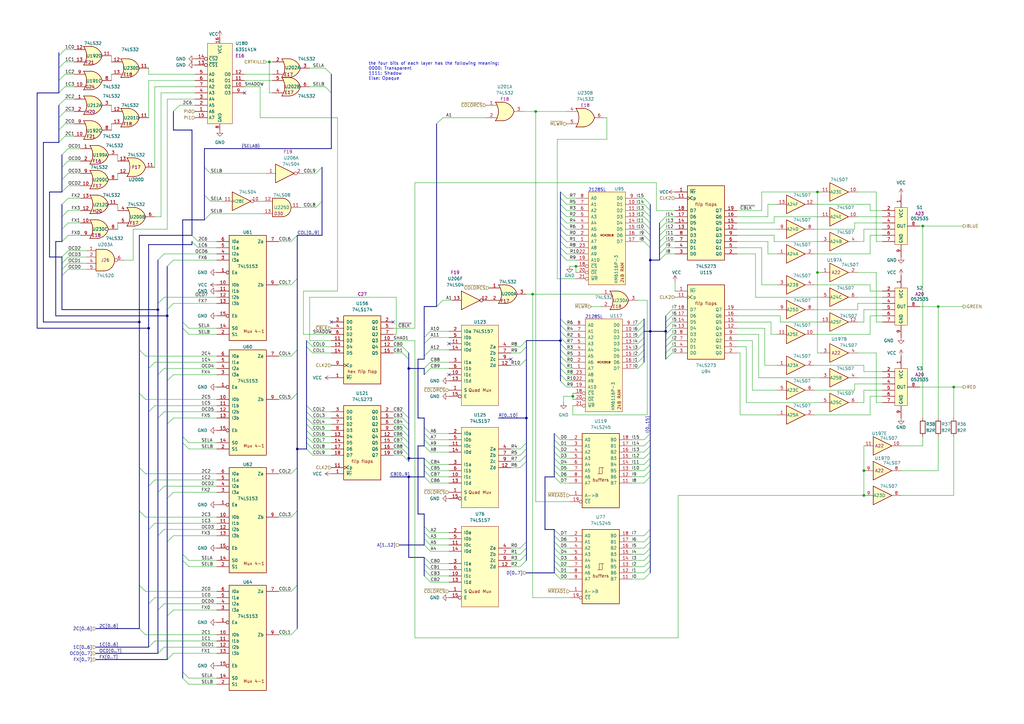
<source format=kicad_sch>
(kicad_sch (version 20231120) (generator "eeschema") (generator_version "8.0")
  (paper "A3")
  (title_block (title "The Final Round") (date "2023-09-11") (company "Konami GX870") (comment 1 "Color Mixer"))
  (bus_alias "SELAB" (members "SELA" "SELB"))
  (junction (at 64.77 127))
  (junction (at 391.16 158.75))
  (junction (at 110.49 25.4))
  (junction (at 354.33 203.2))
  (junction (at 266.7 135.89))
  (junction (at 121.92 184.15))
  (junction (at 266.7 106.68))
  (junction (at 335.28 78.74))
  (junction (at 378.46 92.71))
  (junction (at 68.58 129.54))
  (junction (at 384.81 125.73))
  (junction (at 167.64 195.58))
  (junction (at 273.05 135.89))
  (junction (at 234.95 162.56))
  (junction (at 218.44 120.65))
  (junction (at 335.28 111.76))
  (junction (at 167.64 187.96))
  (junction (at 215.9 171.45))
  (junction (at 236.22 109.22))
  (junction (at 219.71 45.72))
  (junction (at 57.15 132.08))
  (junction (at 60.96 134.62))
  (junction (at 229.87 139.7))
  (junction (at 354.33 193.04))
  (junction (at 167.64 151.13))
  (no_connect (at 161.29 132.08))
  (no_connect (at 209.55 147.32))
  (no_connect (at 184.15 140.97))
  (no_connect (at 100.33 38.1))
  (no_connect (at 184.15 153.67))
  (no_connect (at 135.89 132.08))
  (bus_entry (at 173.99 233.68) (size 2.54 2.54))
  (bus_entry (at 264.16 88.9) (size 2.54 2.54))
  (bus_entry (at 229.87 96.52) (size 2.54 2.54))
  (bus_entry (at 119.38 194.31) (size 2.54 -2.54))
  (bus_entry (at 173.99 236.22) (size 2.54 2.54))
  (bus_entry (at 57.15 209.55) (size 2.54 2.54))
  (bus_entry (at 213.36 142.24) (size 2.54 -2.54))
  (bus_entry (at 68.58 222.25) (size 2.54 -2.54))
  (bus_entry (at 64.77 219.71) (size 2.54 -2.54))
  (bus_entry (at 213.36 227.33) (size 2.54 -2.54))
  (bus_entry (at 264.16 187.96) (size 2.54 -2.54))
  (bus_entry (at 165.1 173.99) (size 2.54 2.54))
  (bus_entry (at 68.58 109.22) (size 2.54 -2.54))
  (bus_entry (at 57.15 191.77) (size 2.54 2.54))
  (bus_entry (at 264.16 185.42) (size 2.54 -2.54))
  (bus_entry (at 83.82 90.17) (size 2.54 -2.54))
  (bus_entry (at 25.4 78.74) (size 2.54 -2.54))
  (bus_entry (at 229.87 88.9) (size 2.54 2.54))
  (bus_entry (at 125.73 166.37) (size 2.54 2.54))
  (bus_entry (at 125.73 139.7) (size 2.54 2.54))
  (bus_entry (at 125.73 142.24) (size 2.54 2.54))
  (bus_entry (at 229.87 146.05) (size 2.54 2.54))
  (bus_entry (at 77.47 181.61) (size -2.54 -2.54))
  (bus_entry (at 261.62 135.89) (size 2.54 -2.54))
  (bus_entry (at 64.77 124.46) (size 2.54 -2.54))
  (bus_entry (at 264.16 237.49) (size 2.54 -2.54))
  (bus_entry (at 264.16 91.44) (size 2.54 2.54))
  (bus_entry (at 264.16 190.5) (size 2.54 -2.54))
  (bus_entry (at 227.33 187.96) (size 2.54 2.54))
  (bus_entry (at 24.13 22.86) (size 2.54 -2.54))
  (bus_entry (at 227.33 217.17) (size 2.54 2.54))
  (bus_entry (at 173.99 182.88) (size 2.54 2.54))
  (bus_entry (at 60.96 217.17) (size 2.54 -2.54))
  (bus_entry (at 229.87 143.51) (size 2.54 2.54))
  (bus_entry (at 270.51 91.44) (size 2.54 -2.54))
  (bus_entry (at 213.36 144.78) (size 2.54 -2.54))
  (bus_entry (at 119.38 212.09) (size 2.54 -2.54))
  (bus_entry (at 77.47 184.15) (size -2.54 -2.54))
  (bus_entry (at 227.33 222.25) (size 2.54 2.54))
  (bus_entry (at 173.99 215.9) (size 2.54 2.54))
  (bus_entry (at 173.99 138.43) (size 2.54 -2.54))
  (bus_entry (at 173.99 140.97) (size 2.54 -2.54))
  (bus_entry (at 173.99 146.05) (size 2.54 -2.54))
  (bus_entry (at 173.99 151.13) (size 2.54 -2.54))
  (bus_entry (at 173.99 153.67) (size 2.54 -2.54))
  (bus_entry (at 173.99 190.5) (size 2.54 2.54))
  (bus_entry (at 64.77 171.45) (size 2.54 -2.54))
  (bus_entry (at 125.73 179.07) (size 2.54 2.54))
  (bus_entry (at 24.13 48.26) (size 2.54 -2.54))
  (bus_entry (at 60.96 168.91) (size 2.54 -2.54))
  (bus_entry (at 74.93 229.87) (size 2.54 2.54))
  (bus_entry (at 213.36 184.15) (size 2.54 -2.54))
  (bus_entry (at 125.73 168.91) (size 2.54 2.54))
  (bus_entry (at 173.99 228.6) (size 2.54 2.54))
  (bus_entry (at 229.87 83.82) (size 2.54 2.54))
  (bus_entry (at 68.58 270.51) (size 2.54 -2.54))
  (bus_entry (at 74.93 134.62) (size 2.54 2.54))
  (bus_entry (at 119.38 99.06) (size 2.54 -2.54))
  (bus_entry (at 60.96 265.43) (size 2.54 -2.54))
  (bus_entry (at 125.73 173.99) (size 2.54 2.54))
  (bus_entry (at 74.93 132.08) (size 2.54 2.54))
  (bus_entry (at 119.38 116.84) (size 2.54 -2.54))
  (bus_entry (at 273.05 139.7) (size 2.54 -2.54))
  (bus_entry (at 229.87 135.89) (size 2.54 2.54))
  (bus_entry (at 270.51 96.52) (size 2.54 -2.54))
  (bus_entry (at 229.87 153.67) (size 2.54 2.54))
  (bus_entry (at 24.13 27.94) (size 2.54 -2.54))
  (bus_entry (at 25.4 107.95) (size 2.54 -2.54))
  (bus_entry (at 273.05 144.78) (size 2.54 -2.54))
  (bus_entry (at 71.12 45.72) (size 2.54 -2.54))
  (bus_entry (at 264.16 180.34) (size 2.54 -2.54))
  (bus_entry (at 229.87 138.43) (size 2.54 2.54))
  (bus_entry (at 25.4 105.41) (size 2.54 -2.54))
  (bus_entry (at 60.96 199.39) (size 2.54 -2.54))
  (bus_entry (at 64.77 153.67) (size 2.54 -2.54))
  (bus_entry (at 264.16 83.82) (size 2.54 2.54))
  (bus_entry (at 261.62 140.97) (size 2.54 -2.54))
  (bus_entry (at 229.87 101.6) (size 2.54 2.54))
  (bus_entry (at 213.36 186.69) (size 2.54 -2.54))
  (bus_entry (at 227.33 193.04) (size 2.54 2.54))
  (bus_entry (at 119.38 146.05) (size 2.54 -2.54))
  (bus_entry (at 64.77 250.19) (size 2.54 -2.54))
  (bus_entry (at 57.15 143.51) (size 2.54 2.54))
  (bus_entry (at 227.33 219.71) (size 2.54 2.54))
  (bus_entry (at 273.05 134.62) (size 2.54 -2.54))
  (bus_entry (at 57.15 240.03) (size 2.54 2.54))
  (bus_entry (at 83.82 80.01) (size 2.54 2.54))
  (bus_entry (at 270.51 99.06) (size 2.54 -2.54))
  (bus_entry (at 25.4 83.82) (size 2.54 -2.54))
  (bus_entry (at 227.33 185.42) (size 2.54 2.54))
  (bus_entry (at 125.73 184.15) (size 2.54 2.54))
  (bus_entry (at 64.77 267.97) (size 2.54 -2.54))
  (bus_entry (at 227.33 227.33) (size 2.54 2.54))
  (bus_entry (at 270.51 106.68) (size 2.54 -2.54))
  (bus_entry (at 125.73 176.53) (size 2.54 2.54))
  (bus_entry (at 165.1 179.07) (size 2.54 2.54))
  (bus_entry (at 68.58 204.47) (size 2.54 -2.54))
  (bus_entry (at 273.05 142.24) (size 2.54 -2.54))
  (bus_entry (at 213.36 149.86) (size 2.54 -2.54))
  (bus_entry (at 78.74 96.52) (size 2.54 2.54))
  (bus_entry (at 25.4 63.5) (size 2.54 -2.54))
  (bus_entry (at 229.87 86.36) (size 2.54 2.54))
  (bus_entry (at 173.99 220.98) (size 2.54 2.54))
  (bus_entry (at 57.15 161.29) (size 2.54 2.54))
  (bus_entry (at 173.99 177.8) (size 2.54 2.54))
  (bus_entry (at 264.16 93.98) (size 2.54 2.54))
  (bus_entry (at 213.36 191.77) (size 2.54 -2.54))
  (bus_entry (at 173.99 180.34) (size 2.54 2.54))
  (bus_entry (at 229.87 140.97) (size 2.54 2.54))
  (bus_entry (at 270.51 104.14) (size 2.54 -2.54))
  (bus_entry (at 24.13 33.02) (size 2.54 -2.54))
  (bus_entry (at 173.99 218.44) (size 2.54 2.54))
  (bus_entry (at 229.87 133.35) (size 2.54 2.54))
  (bus_entry (at 270.51 101.6) (size 2.54 -2.54))
  (bus_entry (at 60.96 151.13) (size 2.54 -2.54))
  (bus_entry (at 165.1 186.69) (size 2.54 2.54))
  (bus_entry (at 273.05 129.54) (size 2.54 -2.54))
  (bus_entry (at 57.15 257.81) (size 2.54 2.54))
  (bus_entry (at 24.13 43.18) (size 2.54 -2.54))
  (bus_entry (at 227.33 177.8) (size 2.54 2.54))
  (bus_entry (at 64.77 201.93) (size 2.54 -2.54))
  (bus_entry (at 213.36 224.79) (size 2.54 -2.54))
  (bus_entry (at 24.13 58.42) (size 2.54 -2.54))
  (bus_entry (at 261.62 151.13) (size 2.54 -2.54))
  (bus_entry (at 125.73 181.61) (size 2.54 2.54))
  (bus_entry (at 273.05 132.08) (size 2.54 -2.54))
  (bus_entry (at 264.16 229.87) (size 2.54 -2.54))
  (bus_entry (at 229.87 81.28) (size 2.54 2.54))
  (bus_entry (at 227.33 232.41) (size 2.54 2.54))
  (bus_entry (at 264.16 96.52) (size 2.54 2.54))
  (bus_entry (at 119.38 163.83) (size 2.54 -2.54))
  (bus_entry (at 273.05 147.32) (size 2.54 -2.54))
  (bus_entry (at 78.74 99.06) (size 2.54 2.54))
  (bus_entry (at 133.35 27.94) (size 2.54 2.54))
  (bus_entry (at 179.07 125.73) (size 2.54 -2.54))
  (bus_entry (at 264.16 193.04) (size 2.54 -2.54))
  (bus_entry (at 229.87 130.81) (size 2.54 2.54))
  (bus_entry (at 229.87 99.06) (size 2.54 2.54))
  (bus_entry (at 129.54 85.09) (size 2.54 -2.54))
  (bus_entry (at 165.1 168.91) (size 2.54 2.54))
  (bus_entry (at 165.1 142.24) (size 2.54 2.54))
  (bus_entry (at 165.1 144.78) (size 2.54 2.54))
  (bus_entry (at 173.99 195.58) (size 2.54 2.54))
  (bus_entry (at 227.33 190.5) (size 2.54 2.54))
  (bus_entry (at 227.33 224.79) (size 2.54 2.54))
  (bus_entry (at 24.13 53.34) (size 2.54 -2.54))
  (bus_entry (at 229.87 104.14) (size 2.54 2.54))
  (bus_entry (at 68.58 173.99) (size 2.54 -2.54))
  (bus_entry (at 74.93 227.33) (size 2.54 2.54))
  (bus_entry (at 25.4 88.9) (size 2.54 -2.54))
  (bus_entry (at 270.51 93.98) (size 2.54 -2.54))
  (bus_entry (at 264.16 227.33) (size 2.54 -2.54))
  (bus_entry (at 264.16 195.58) (size 2.54 -2.54))
  (bus_entry (at 165.1 171.45) (size 2.54 2.54))
  (bus_entry (at 229.87 156.21) (size 2.54 2.54))
  (bus_entry (at 261.62 148.59) (size 2.54 -2.54))
  (bus_entry (at 264.16 224.79) (size 2.54 -2.54))
  (bus_entry (at 173.99 223.52) (size 2.54 2.54))
  (bus_entry (at 125.73 171.45) (size 2.54 2.54))
  (bus_entry (at 227.33 180.34) (size 2.54 2.54))
  (bus_entry (at 261.62 133.35) (size 2.54 -2.54))
  (bus_entry (at 264.16 219.71) (size 2.54 -2.54))
  (bus_entry (at 261.62 138.43) (size 2.54 -2.54))
  (bus_entry (at 74.93 275.59) (size 2.54 2.54))
  (bus_entry (at 173.99 175.26) (size 2.54 2.54))
  (bus_entry (at 261.62 146.05) (size 2.54 -2.54))
  (bus_entry (at 68.58 156.21) (size 2.54 -2.54))
  (bus_entry (at 229.87 78.74) (size 2.54 2.54))
  (bus_entry (at 165.1 176.53) (size 2.54 2.54))
  (bus_entry (at 25.4 68.58) (size 2.54 -2.54))
  (bus_entry (at 227.33 229.87) (size 2.54 2.54))
  (bus_entry (at 119.38 242.57) (size 2.54 -2.54))
  (bus_entry (at 83.82 68.58) (size 2.54 2.54))
  (bus_entry (at 68.58 127) (size 2.54 -2.54))
  (bus_entry (at 74.93 278.13) (size 2.54 2.54))
  (bus_entry (at 213.36 232.41) (size 2.54 -2.54))
  (bus_entry (at 64.77 106.68) (size 2.54 -2.54))
  (bus_entry (at 264.16 198.12) (size 2.54 -2.54))
  (bus_entry (at 133.35 35.56) (size 2.54 2.54))
  (bus_entry (at 264.16 86.36) (size 2.54 2.54))
  (bus_entry (at 25.4 99.06) (size 2.54 -2.54))
  (bus_entry (at 24.13 38.1) (size 2.54 -2.54))
  (bus_entry (at 229.87 91.44) (size 2.54 2.54))
  (bus_entry (at 264.16 232.41) (size 2.54 -2.54))
  (bus_entry (at 264.16 234.95) (size 2.54 -2.54))
  (bus_entry (at 213.36 229.87) (size 2.54 -2.54))
  (bus_entry (at 227.33 234.95) (size 2.54 2.54))
  (bus_entry (at 229.87 148.59) (size 2.54 2.54))
  (bus_entry (at 261.62 143.51) (size 2.54 -2.54))
  (bus_entry (at 129.54 71.12) (size 2.54 -2.54))
  (bus_entry (at 173.99 231.14) (size 2.54 2.54))
  (bus_entry (at 119.38 260.35) (size 2.54 -2.54))
  (bus_entry (at 60.96 247.65) (size 2.54 -2.54))
  (bus_entry (at 264.16 81.28) (size 2.54 2.54))
  (bus_entry (at 25.4 93.98) (size 2.54 -2.54))
  (bus_entry (at 264.16 222.25) (size 2.54 -2.54))
  (bus_entry (at 25.4 110.49) (size 2.54 -2.54))
  (bus_entry (at 179.07 50.8) (size 2.54 -2.54))
  (bus_entry (at 229.87 151.13) (size 2.54 2.54))
  (bus_entry (at 165.1 181.61) (size 2.54 2.54))
  (bus_entry (at 25.4 113.03) (size 2.54 -2.54))
  (bus_entry (at 229.87 93.98) (size 2.54 2.54))
  (bus_entry (at 273.05 137.16) (size 2.54 -2.54))
  (bus_entry (at 173.99 193.04) (size 2.54 2.54))
  (bus_entry (at 25.4 73.66) (size 2.54 -2.54))
  (bus_entry (at 68.58 252.73) (size 2.54 -2.54))
  (bus_entry (at 227.33 195.58) (size 2.54 2.54))
  (bus_entry (at 213.36 189.23) (size 2.54 -2.54))
  (bus_entry (at 165.1 184.15) (size 2.54 2.54))
  (bus_entry (at 264.16 99.06) (size 2.54 2.54))
  (bus_entry (at 227.33 182.88) (size 2.54 2.54))
  (bus_entry (at 173.99 187.96) (size 2.54 2.54))
  (bus_entry (at 264.16 182.88) (size 2.54 -2.54))
  (wire (pts (xy 317.5 99.06) (xy 317.5 96.52)))
  (bus (pts (xy 24.13 38.1) (xy 15.24 38.1)))
  (bus (pts (xy 167.64 181.61) (xy 167.64 184.15)))
  (wire (pts (xy 313.69 134.62) (xy 313.69 149.86)))
  (wire (pts (xy 350.52 91.44) (xy 361.95 91.44)))
  (bus (pts (xy 229.87 156.21) (xy 229.87 153.67)))
  (wire (pts (xy 234.95 162.56) (xy 234.95 163.83)))
  (bus (pts (xy 229.87 133.35) (xy 229.87 130.81)))
  (bus (pts (xy 227.33 187.96) (xy 227.33 190.5)))
  (bus (pts (xy 83.82 68.58) (xy 83.82 60.96)))
  (wire (pts (xy 161.29 134.62) (xy 170.18 134.62)))
  (bus (pts (xy 83.82 80.01) (xy 83.82 68.58)))
  (wire (pts (xy 68.58 40.64) (xy 80.01 40.64)))
  (wire (pts (xy 176.53 218.44) (xy 184.15 218.44)))
  (wire (pts (xy 261.62 123.19) (xy 265.43 123.19)))
  (wire (pts (xy 26.67 35.56) (xy 30.48 35.56)))
  (wire (pts (xy 123.19 85.09) (xy 129.54 85.09)))
  (wire (pts (xy 27.94 66.04) (xy 33.02 66.04)))
  (bus (pts (xy 60.96 199.39) (xy 60.96 217.17)))
  (wire (pts (xy 124.46 137.16) (xy 135.89 137.16)))
  (wire (pts (xy 218.44 120.65) (xy 218.44 245.11)))
  (wire (pts (xy 311.15 154.94) (xy 311.15 137.16)))
  (wire (pts (xy 60.96 27.94) (xy 60.96 30.48)))
  (bus (pts (xy 125.73 181.61) (xy 125.73 184.15)))
  (wire (pts (xy 63.5 262.89) (xy 88.9 262.89)))
  (wire (pts (xy 351.79 88.9) (xy 361.95 88.9)))
  (wire (pts (xy 67.31 199.39) (xy 88.9 199.39)))
  (bus (pts (xy 173.99 233.68) (xy 173.99 231.14)))
  (wire (pts (xy 110.49 25.4) (xy 111.76 25.4)))
  (wire (pts (xy 231.14 162.56) (xy 231.14 165.1)))
  (wire (pts (xy 232.41 143.51) (xy 234.95 143.51)))
  (bus (pts (xy 204.47 171.45) (xy 215.9 171.45)))
  (bus (pts (xy 215.9 227.33) (xy 215.9 224.79)))
  (wire (pts (xy 48.26 63.5) (xy 48.26 66.04)))
  (wire (pts (xy 314.96 83.82) (xy 318.77 83.82)))
  (wire (pts (xy 236.22 83.82) (xy 232.41 83.82)))
  (wire (pts (xy 302.26 134.62) (xy 313.69 134.62)))
  (bus (pts (xy 20.32 105.41) (xy 25.4 105.41)))
  (bus (pts (xy 173.99 220.98) (xy 173.99 223.52)))
  (wire (pts (xy 261.62 135.89) (xy 260.35 135.89)))
  (wire (pts (xy 236.22 81.28) (xy 232.41 81.28)))
  (bus (pts (xy 264.16 133.35) (xy 264.16 135.89)))
  (wire (pts (xy 27.94 81.28) (xy 33.02 81.28)))
  (wire (pts (xy 236.22 96.52) (xy 232.41 96.52)))
  (bus (pts (xy 167.64 173.99) (xy 167.64 176.53)))
  (wire (pts (xy 359.41 132.08) (xy 361.95 132.08)))
  (wire (pts (xy 60.96 48.26) (xy 60.96 33.02)))
  (wire (pts (xy 27.94 76.2) (xy 33.02 76.2)))
  (wire (pts (xy 162.56 137.16) (xy 162.56 121.92)))
  (wire (pts (xy 275.59 129.54) (xy 276.86 129.54)))
  (bus (pts (xy 25.4 68.58) (xy 25.4 73.66)))
  (wire (pts (xy 236.22 101.6) (xy 232.41 101.6)))
  (wire (pts (xy 218.44 120.65) (xy 246.38 120.65)))
  (wire (pts (xy 316.23 132.08) (xy 302.26 132.08)))
  (bus (pts (xy 24.13 22.86) (xy 24.13 27.94)))
  (wire (pts (xy 259.08 190.5) (xy 264.16 190.5)))
  (bus (pts (xy 57.15 161.29) (xy 57.15 191.77)))
  (wire (pts (xy 128.27 144.78) (xy 135.89 144.78)))
  (wire (pts (xy 86.36 87.63) (xy 107.95 87.63)))
  (wire (pts (xy 209.55 186.69) (xy 213.36 186.69)))
  (bus (pts (xy 227.33 180.34) (xy 227.33 182.88)))
  (wire (pts (xy 229.87 224.79) (xy 233.68 224.79)))
  (wire (pts (xy 314.96 88.9) (xy 314.96 83.82)))
  (wire (pts (xy 236.22 88.9) (xy 232.41 88.9)))
  (wire (pts (xy 161.29 173.99) (xy 165.1 173.99)))
  (wire (pts (xy 86.36 82.55) (xy 91.44 82.55)))
  (bus (pts (xy 173.99 215.9) (xy 173.99 218.44)))
  (wire (pts (xy 334.01 104.14) (xy 356.87 104.14)))
  (wire (pts (xy 161.29 179.07) (xy 165.1 179.07)))
  (wire (pts (xy 176.53 185.42) (xy 184.15 185.42)))
  (wire (pts (xy 234.95 162.56) (xy 231.14 162.56)))
  (wire (pts (xy 236.22 109.22) (xy 233.68 109.22)))
  (wire (pts (xy 106.68 48.26) (xy 138.43 48.26)))
  (bus (pts (xy 273.05 135.89) (xy 273.05 137.16)))
  (bus (pts (xy 173.99 171.45) (xy 173.99 175.26)))
  (bus (pts (xy 215.9 222.25) (xy 215.9 189.23)))
  (bus (pts (xy 266.7 106.68) (xy 270.51 106.68)))
  (bus (pts (xy 167.64 186.69) (xy 167.64 187.96)))
  (bus (pts (xy 229.87 93.98) (xy 229.87 96.52)))
  (wire (pts (xy 273.05 101.6) (xy 276.86 101.6)))
  (wire (pts (xy 27.94 60.96) (xy 33.02 60.96)))
  (bus (pts (xy 173.99 218.44) (xy 173.99 220.98)))
  (wire (pts (xy 114.3 242.57) (xy 119.38 242.57)))
  (bus (pts (xy 266.7 195.58) (xy 266.7 217.17)))
  (wire (pts (xy 114.3 194.31) (xy 119.38 194.31)))
  (wire (pts (xy 259.08 232.41) (xy 264.16 232.41)))
  (wire (pts (xy 48.26 83.82) (xy 48.26 86.36)))
  (wire (pts (xy 63.5 166.37) (xy 88.9 166.37)))
  (wire (pts (xy 261.62 96.52) (xy 264.16 96.52)))
  (bus (pts (xy 215.9 147.32) (xy 215.9 171.45)))
  (bus (pts (xy 22.86 99.06) (xy 22.86 129.54)))
  (wire (pts (xy 354.33 182.88) (xy 354.33 193.04)))
  (wire (pts (xy 71.12 250.19) (xy 88.9 250.19)))
  (bus (pts (xy 121.92 209.55) (xy 121.92 240.03)))
  (wire (pts (xy 356.87 104.14) (xy 356.87 96.52)))
  (wire (pts (xy 354.33 99.06) (xy 354.33 93.98)))
  (wire (pts (xy 354.33 127) (xy 354.33 132.08)))
  (bus (pts (xy 215.9 229.87) (xy 215.9 227.33)))
  (wire (pts (xy 161.29 144.78) (xy 165.1 144.78)))
  (wire (pts (xy 278.13 261.62) (xy 278.13 203.2)))
  (bus (pts (xy 266.7 229.87) (xy 266.7 232.41)))
  (bus (pts (xy 264.16 143.51) (xy 264.16 146.05)))
  (wire (pts (xy 26.67 20.32) (xy 30.48 20.32)))
  (wire (pts (xy 259.08 234.95) (xy 264.16 234.95)))
  (wire (pts (xy 336.55 88.9) (xy 317.5 88.9)))
  (bus (pts (xy 173.99 138.43) (xy 173.99 125.73)))
  (wire (pts (xy 71.12 106.68) (xy 88.9 106.68)))
  (bus (pts (xy 167.64 187.96) (xy 173.99 187.96)))
  (bus (pts (xy 167.64 187.96) (xy 167.64 189.23)))
  (wire (pts (xy 265.43 170.18) (xy 234.95 170.18)))
  (wire (pts (xy 259.08 187.96) (xy 264.16 187.96)))
  (wire (pts (xy 302.26 129.54) (xy 320.04 129.54)))
  (bus (pts (xy 266.7 83.82) (xy 266.7 86.36)))
  (wire (pts (xy 356.87 170.18) (xy 356.87 162.56)))
  (bus (pts (xy 229.87 138.43) (xy 229.87 135.89)))
  (wire (pts (xy 359.41 132.08) (xy 359.41 111.76)))
  (wire (pts (xy 273.05 93.98) (xy 276.86 93.98)))
  (wire (pts (xy 350.52 157.48) (xy 361.95 157.48)))
  (bus (pts (xy 125.73 173.99) (xy 125.73 176.53)))
  (bus (pts (xy 229.87 140.97) (xy 229.87 139.7)))
  (wire (pts (xy 229.87 227.33) (xy 233.68 227.33)))
  (bus (pts (xy 121.92 184.15) (xy 125.73 184.15)))
  (wire (pts (xy 378.46 92.71) (xy 378.46 171.45)))
  (wire (pts (xy 81.28 101.6) (xy 88.9 101.6)))
  (wire (pts (xy 246.38 125.73) (xy 242.57 125.73)))
  (bus (pts (xy 15.24 38.1) (xy 15.24 134.62)))
  (bus (pts (xy 171.45 210.82) (xy 173.99 210.82)))
  (bus (pts (xy 121.92 114.3) (xy 121.92 143.51)))
  (bus (pts (xy 132.08 68.58) (xy 132.08 82.55)))
  (wire (pts (xy 27.94 86.36) (xy 33.02 86.36)))
  (bus (pts (xy 83.82 90.17) (xy 74.93 90.17)))
  (wire (pts (xy 236.22 109.22) (xy 236.22 111.76)))
  (wire (pts (xy 161.29 137.16) (xy 162.56 137.16)))
  (bus (pts (xy 266.7 88.9) (xy 266.7 91.44)))
  (wire (pts (xy 229.87 219.71) (xy 233.68 219.71)))
  (bus (pts (xy 273.05 142.24) (xy 273.05 144.78)))
  (wire (pts (xy 302.26 101.6) (xy 312.42 101.6)))
  (wire (pts (xy 276.86 115.57) (xy 276.86 119.38)))
  (bus (pts (xy 121.92 161.29) (xy 121.92 184.15)))
  (wire (pts (xy 302.26 104.14) (xy 309.88 104.14)))
  (wire (pts (xy 278.13 203.2) (xy 354.33 203.2)))
  (wire (pts (xy 259.08 198.12) (xy 264.16 198.12)))
  (wire (pts (xy 176.53 138.43) (xy 184.15 138.43)))
  (wire (pts (xy 26.67 30.48) (xy 30.48 30.48)))
  (wire (pts (xy 59.69 194.31) (xy 88.9 194.31)))
  (wire (pts (xy 66.04 88.9) (xy 63.5 88.9)))
  (bus (pts (xy 121.92 184.15) (xy 121.92 191.77)))
  (wire (pts (xy 77.47 229.87) (xy 88.9 229.87)))
  (wire (pts (xy 161.29 176.53) (xy 165.1 176.53)))
  (wire (pts (xy 232.41 138.43) (xy 234.95 138.43)))
  (wire (pts (xy 334.01 83.82) (xy 356.87 83.82)))
  (wire (pts (xy 260.35 151.13) (xy 261.62 151.13)))
  (bus (pts (xy 25.4 73.66) (xy 25.4 78.74)))
  (bus (pts (xy 227.33 232.41) (xy 227.33 234.95)))
  (wire (pts (xy 261.62 99.06) (xy 264.16 99.06)))
  (wire (pts (xy 100.33 30.48) (xy 111.76 30.48)))
  (wire (pts (xy 110.49 38.1) (xy 110.49 25.4)))
  (wire (pts (xy 314.96 104.14) (xy 318.77 104.14)))
  (wire (pts (xy 335.28 144.78) (xy 336.55 144.78)))
  (wire (pts (xy 275.59 134.62) (xy 276.86 134.62)))
  (wire (pts (xy 219.71 45.72) (xy 219.71 205.74)))
  (wire (pts (xy 214.63 45.72) (xy 219.71 45.72)))
  (wire (pts (xy 334.01 116.84) (xy 356.87 116.84)))
  (bus (pts (xy 264.16 138.43) (xy 264.16 140.97)))
  (wire (pts (xy 318.77 160.02) (xy 308.61 160.02)))
  (wire (pts (xy 176.53 135.89) (xy 184.15 135.89)))
  (wire (pts (xy 356.87 162.56) (xy 361.95 162.56)))
  (bus (pts (xy 229.87 153.67) (xy 229.87 151.13)))
  (wire (pts (xy 318.77 116.84) (xy 312.42 116.84)))
  (wire (pts (xy 275.59 132.08) (xy 276.86 132.08)))
  (bus (pts (xy 173.99 228.6) (xy 167.64 228.6)))
  (bus (pts (xy 125.73 179.07) (xy 125.73 181.61)))
  (wire (pts (xy 354.33 149.86) (xy 354.33 152.4)))
  (wire (pts (xy 309.88 104.14) (xy 309.88 121.92)))
  (bus (pts (xy 24.13 21.59) (xy 24.13 22.86)))
  (bus (pts (xy 20.32 78.74) (xy 25.4 78.74)))
  (wire (pts (xy 68.58 40.64) (xy 68.58 93.98)))
  (wire (pts (xy 128.27 186.69) (xy 135.89 186.69)))
  (wire (pts (xy 176.53 236.22) (xy 184.15 236.22)))
  (wire (pts (xy 27.94 71.12) (xy 33.02 71.12)))
  (bus (pts (xy 39.37 270.51) (xy 68.58 270.51)))
  (bus (pts (xy 167.64 179.07) (xy 167.64 181.61)))
  (wire (pts (xy 320.04 132.08) (xy 320.04 129.54)))
  (wire (pts (xy 26.67 40.64) (xy 30.48 40.64)))
  (bus (pts (xy 266.7 190.5) (xy 266.7 193.04)))
  (bus (pts (xy 227.33 222.25) (xy 227.33 224.79)))
  (wire (pts (xy 127 121.92) (xy 127 139.7)))
  (wire (pts (xy 356.87 129.54) (xy 356.87 137.16)))
  (wire (pts (xy 67.31 151.13) (xy 88.9 151.13)))
  (wire (pts (xy 209.55 191.77) (xy 213.36 191.77)))
  (bus (pts (xy 57.15 209.55) (xy 57.15 240.03)))
  (wire (pts (xy 181.61 123.19) (xy 185.42 123.19)))
  (bus (pts (xy 266.7 96.52) (xy 266.7 99.06)))
  (wire (pts (xy 229.87 198.12) (xy 233.68 198.12)))
  (wire (pts (xy 71.12 219.71) (xy 88.9 219.71)))
  (wire (pts (xy 161.29 168.91) (xy 165.1 168.91)))
  (wire (pts (xy 229.87 187.96) (xy 233.68 187.96)))
  (wire (pts (xy 369.57 203.2) (xy 391.16 203.2)))
  (wire (pts (xy 176.53 193.04) (xy 184.15 193.04)))
  (bus (pts (xy 266.7 180.34) (xy 266.7 182.88)))
  (wire (pts (xy 302.26 93.98) (xy 318.77 93.98)))
  (wire (pts (xy 111.76 38.1) (xy 110.49 38.1)))
  (bus (pts (xy 68.58 109.22) (xy 68.58 127)))
  (bus (pts (xy 167.64 144.78) (xy 167.64 147.32)))
  (wire (pts (xy 162.56 121.92) (xy 127 121.92)))
  (wire (pts (xy 273.05 91.44) (xy 276.86 91.44)))
  (bus (pts (xy 173.99 140.97) (xy 173.99 146.05)))
  (bus (pts (xy 266.7 227.33) (xy 266.7 229.87)))
  (bus (pts (xy 167.64 195.58) (xy 173.99 195.58)))
  (bus (pts (xy 74.93 132.08) (xy 74.93 134.62)))
  (wire (pts (xy 229.87 232.41) (xy 233.68 232.41)))
  (bus (pts (xy 264.16 146.05) (xy 264.16 148.59)))
  (wire (pts (xy 354.33 193.04) (xy 354.33 203.2)))
  (wire (pts (xy 350.52 160.02) (xy 350.52 157.48)))
  (wire (pts (xy 176.53 143.51) (xy 184.15 143.51)))
  (wire (pts (xy 275.59 137.16) (xy 276.86 137.16)))
  (wire (pts (xy 209.55 144.78) (xy 213.36 144.78)))
  (wire (pts (xy 261.62 133.35) (xy 260.35 133.35)))
  (wire (pts (xy 259.08 180.34) (xy 264.16 180.34)))
  (wire (pts (xy 27.94 105.41) (xy 35.56 105.41)))
  (bus (pts (xy 229.87 83.82) (xy 229.87 86.36)))
  (bus (pts (xy 227.33 190.5) (xy 227.33 193.04)))
  (wire (pts (xy 215.9 120.65) (xy 218.44 120.65)))
  (wire (pts (xy 356.87 96.52) (xy 361.95 96.52)))
  (wire (pts (xy 234.95 161.29) (xy 234.95 162.56)))
  (wire (pts (xy 26.67 45.72) (xy 30.48 45.72)))
  (bus (pts (xy 227.33 193.04) (xy 227.33 195.58)))
  (bus (pts (xy 215.9 224.79) (xy 215.9 222.25)))
  (bus (pts (xy 64.77 250.19) (xy 64.77 267.97)))
  (wire (pts (xy 312.42 86.36) (xy 312.42 78.74)))
  (bus (pts (xy 173.99 190.5) (xy 173.99 193.04)))
  (bus (pts (xy 270.51 99.06) (xy 270.51 101.6)))
  (wire (pts (xy 316.23 137.16) (xy 318.77 137.16)))
  (wire (pts (xy 378.46 182.88) (xy 378.46 179.07)))
  (wire (pts (xy 236.22 86.36) (xy 232.41 86.36)))
  (wire (pts (xy 236.22 91.44) (xy 232.41 91.44)))
  (bus (pts (xy 227.33 217.17) (xy 227.33 219.71)))
  (wire (pts (xy 356.87 129.54) (xy 361.95 129.54)))
  (bus (pts (xy 173.99 210.82) (xy 173.99 215.9)))
  (bus (pts (xy 125.73 142.24) (xy 125.73 166.37)))
  (bus (pts (xy 264.16 135.89) (xy 266.7 135.89)))
  (bus (pts (xy 171.45 147.32) (xy 171.45 171.45)))
  (wire (pts (xy 384.81 125.73) (xy 384.81 171.45)))
  (bus (pts (xy 83.82 60.96) (xy 135.89 60.96)))
  (bus (pts (xy 270.51 104.14) (xy 270.51 106.68)))
  (bus (pts (xy 78.74 99.06) (xy 78.74 100.33)))
  (wire (pts (xy 109.22 25.4) (xy 110.49 25.4)))
  (wire (pts (xy 259.08 193.04) (xy 264.16 193.04)))
  (wire (pts (xy 176.53 190.5) (xy 184.15 190.5)))
  (wire (pts (xy 71.12 153.67) (xy 88.9 153.67)))
  (wire (pts (xy 313.69 149.86) (xy 318.77 149.86)))
  (wire (pts (xy 124.46 71.12) (xy 129.54 71.12)))
  (wire (pts (xy 138.43 48.26) (xy 138.43 119.38)))
  (bus (pts (xy 266.7 182.88) (xy 266.7 185.42)))
  (wire (pts (xy 176.53 148.59) (xy 184.15 148.59)))
  (wire (pts (xy 351.79 132.08) (xy 354.33 132.08)))
  (wire (pts (xy 114.3 116.84) (xy 119.38 116.84)))
  (bus (pts (xy 266.7 177.8) (xy 266.7 180.34)))
  (wire (pts (xy 273.05 99.06) (xy 276.86 99.06)))
  (wire (pts (xy 335.28 111.76) (xy 336.55 111.76)))
  (wire (pts (xy 334.01 93.98) (xy 350.52 93.98)))
  (bus (pts (xy 25.4 93.98) (xy 25.4 99.06)))
  (wire (pts (xy 170.18 139.7) (xy 170.18 261.62)))
  (wire (pts (xy 63.5 245.11) (xy 88.9 245.11)))
  (wire (pts (xy 259.08 227.33) (xy 264.16 227.33)))
  (wire (pts (xy 77.47 280.67) (xy 88.9 280.67)))
  (wire (pts (xy 275.59 127) (xy 276.86 127)))
  (wire (pts (xy 229.87 182.88) (xy 233.68 182.88)))
  (bus (pts (xy 71.12 45.72) (xy 71.12 53.34)))
  (wire (pts (xy 269.24 74.93) (xy 269.24 86.36)))
  (wire (pts (xy 354.33 160.02) (xy 361.95 160.02)))
  (bus (pts (xy 15.24 134.62) (xy 60.96 134.62)))
  (bus (pts (xy 173.99 151.13) (xy 173.99 153.67)))
  (wire (pts (xy 86.36 71.12) (xy 109.22 71.12)))
  (bus (pts (xy 68.58 156.21) (xy 68.58 173.99)))
  (wire (pts (xy 232.41 135.89) (xy 234.95 135.89)))
  (wire (pts (xy 176.53 180.34) (xy 184.15 180.34)))
  (bus (pts (xy 266.7 135.89) (xy 273.05 135.89)))
  (wire (pts (xy 317.5 96.52) (xy 302.26 96.52)))
  (wire (pts (xy 59.69 242.57) (xy 88.9 242.57)))
  (bus (pts (xy 71.12 53.34) (xy 78.74 53.34)))
  (bus (pts (xy 24.13 43.18) (xy 24.13 48.26)))
  (bus (pts (xy 223.52 217.17) (xy 227.33 217.17)))
  (wire (pts (xy 128.27 168.91) (xy 135.89 168.91)))
  (wire (pts (xy 48.26 71.12) (xy 48.26 73.66)))
  (wire (pts (xy 219.71 45.72) (xy 232.41 45.72)))
  (wire (pts (xy 45.72 50.8) (xy 45.72 53.34)))
  (wire (pts (xy 170.18 74.93) (xy 269.24 74.93)))
  (bus (pts (xy 229.87 146.05) (xy 229.87 143.51)))
  (bus (pts (xy 215.9 184.15) (xy 215.9 181.61)))
  (wire (pts (xy 318.77 170.18) (xy 303.53 170.18)))
  (bus (pts (xy 74.93 179.07) (xy 74.93 181.61)))
  (wire (pts (xy 128.27 173.99) (xy 135.89 173.99)))
  (bus (pts (xy 270.51 101.6) (xy 270.51 104.14)))
  (bus (pts (xy 266.7 93.98) (xy 266.7 96.52)))
  (bus (pts (xy 227.33 229.87) (xy 227.33 232.41)))
  (wire (pts (xy 127 139.7) (xy 135.89 139.7)))
  (bus (pts (xy 266.7 101.6) (xy 266.7 106.68)))
  (bus (pts (xy 25.4 107.95) (xy 25.4 110.49)))
  (wire (pts (xy 229.87 185.42) (xy 233.68 185.42)))
  (bus (pts (xy 173.99 177.8) (xy 173.99 180.34)))
  (wire (pts (xy 356.87 86.36) (xy 361.95 86.36)))
  (bus (pts (xy 227.33 227.33) (xy 227.33 229.87)))
  (wire (pts (xy 114.3 146.05) (xy 119.38 146.05)))
  (wire (pts (xy 63.5 148.59) (xy 88.9 148.59)))
  (wire (pts (xy 354.33 152.4) (xy 361.95 152.4)))
  (wire (pts (xy 261.62 138.43) (xy 260.35 138.43)))
  (wire (pts (xy 359.41 111.76) (xy 351.79 111.76)))
  (wire (pts (xy 259.08 219.71) (xy 264.16 219.71)))
  (bus (pts (xy 215.9 234.95) (xy 227.33 234.95)))
  (bus (pts (xy 132.08 96.52) (xy 121.92 96.52)))
  (bus (pts (xy 68.58 129.54) (xy 68.58 156.21)))
  (wire (pts (xy 336.55 165.1) (xy 306.07 165.1)))
  (wire (pts (xy 128.27 176.53) (xy 135.89 176.53)))
  (wire (pts (xy 176.53 198.12) (xy 184.15 198.12)))
  (bus (pts (xy 25.4 83.82) (xy 25.4 88.9)))
  (bus (pts (xy 270.51 93.98) (xy 270.51 96.52)))
  (bus (pts (xy 273.05 139.7) (xy 273.05 142.24)))
  (wire (pts (xy 161.29 186.69) (xy 165.1 186.69)))
  (wire (pts (xy 233.68 245.11) (xy 218.44 245.11)))
  (wire (pts (xy 176.53 177.8) (xy 184.15 177.8)))
  (wire (pts (xy 334.01 127) (xy 351.79 127)))
  (bus (pts (xy 270.51 91.44) (xy 270.51 93.98)))
  (wire (pts (xy 229.87 180.34) (xy 233.68 180.34)))
  (wire (pts (xy 67.31 247.65) (xy 88.9 247.65)))
  (wire (pts (xy 247.65 48.26) (xy 248.92 48.26)))
  (wire (pts (xy 232.41 156.21) (xy 234.95 156.21)))
  (bus (pts (xy 24.13 53.34) (xy 24.13 58.42)))
  (bus (pts (xy 229.87 151.13) (xy 229.87 148.59)))
  (wire (pts (xy 314.96 104.14) (xy 314.96 99.06)))
  (bus (pts (xy 215.9 189.23) (xy 215.9 186.69)))
  (wire (pts (xy 27.94 107.95) (xy 35.56 107.95)))
  (bus (pts (xy 229.87 148.59) (xy 229.87 146.05)))
  (bus (pts (xy 167.64 184.15) (xy 167.64 186.69)))
  (wire (pts (xy 176.53 182.88) (xy 184.15 182.88)))
  (bus (pts (xy 171.45 171.45) (xy 173.99 171.45)))
  (wire (pts (xy 209.55 184.15) (xy 213.36 184.15)))
  (wire (pts (xy 265.43 123.19) (xy 265.43 170.18)))
  (wire (pts (xy 209.55 227.33) (xy 213.36 227.33)))
  (wire (pts (xy 350.52 93.98) (xy 350.52 91.44)))
  (bus (pts (xy 60.96 247.65) (xy 60.96 265.43)))
  (wire (pts (xy 354.33 93.98) (xy 361.95 93.98)))
  (wire (pts (xy 302.26 88.9) (xy 314.96 88.9)))
  (bus (pts (xy 229.87 86.36) (xy 229.87 88.9)))
  (wire (pts (xy 161.29 142.24) (xy 165.1 142.24)))
  (bus (pts (xy 74.93 181.61) (xy 74.93 227.33)))
  (wire (pts (xy 209.55 224.79) (xy 213.36 224.79)))
  (wire (pts (xy 209.55 229.87) (xy 213.36 229.87)))
  (wire (pts (xy 229.87 222.25) (xy 233.68 222.25)))
  (bus (pts (xy 17.78 58.42) (xy 17.78 132.08)))
  (wire (pts (xy 302.26 139.7) (xy 308.61 139.7)))
  (wire (pts (xy 351.79 165.1) (xy 354.33 165.1)))
  (bus (pts (xy 270.51 96.52) (xy 270.51 99.06)))
  (bus (pts (xy 74.93 134.62) (xy 74.93 179.07)))
  (wire (pts (xy 209.55 149.86) (xy 213.36 149.86)))
  (wire (pts (xy 236.22 104.14) (xy 232.41 104.14)))
  (bus (pts (xy 179.07 50.8) (xy 179.07 125.73)))
  (wire (pts (xy 275.59 139.7) (xy 276.86 139.7)))
  (wire (pts (xy 54.61 106.68) (xy 54.61 93.98)))
  (bus (pts (xy 227.33 182.88) (xy 227.33 185.42)))
  (wire (pts (xy 317.5 88.9) (xy 317.5 91.44)))
  (wire (pts (xy 311.15 137.16) (xy 302.26 137.16)))
  (wire (pts (xy 303.53 144.78) (xy 302.26 144.78)))
  (bus (pts (xy 229.87 139.7) (xy 229.87 138.43)))
  (wire (pts (xy 26.67 55.88) (xy 30.48 55.88)))
  (wire (pts (xy 232.41 151.13) (xy 234.95 151.13)))
  (wire (pts (xy 391.16 203.2) (xy 391.16 179.07)))
  (wire (pts (xy 59.69 163.83) (xy 88.9 163.83)))
  (wire (pts (xy 124.46 119.38) (xy 138.43 119.38)))
  (bus (pts (xy 121.92 143.51) (xy 121.92 161.29)))
  (wire (pts (xy 50.8 106.68) (xy 54.61 106.68)))
  (wire (pts (xy 354.33 165.1) (xy 354.33 160.02)))
  (bus (pts (xy 64.77 171.45) (xy 64.77 201.93)))
  (bus (pts (xy 266.7 106.68) (xy 266.7 135.89)))
  (wire (pts (xy 335.28 78.74) (xy 336.55 78.74)))
  (wire (pts (xy 391.16 158.75) (xy 394.97 158.75)))
  (wire (pts (xy 359.41 165.1) (xy 359.41 144.78)))
  (wire (pts (xy 170.18 261.62) (xy 278.13 261.62)))
  (wire (pts (xy 229.87 234.95) (xy 233.68 234.95)))
  (wire (pts (xy 100.33 33.02) (xy 111.76 33.02)))
  (bus (pts (xy 68.58 252.73) (xy 68.58 270.51)))
  (wire (pts (xy 114.3 212.09) (xy 119.38 212.09)))
  (wire (pts (xy 219.71 205.74) (xy 233.68 205.74)))
  (bus (pts (xy 57.15 240.03) (xy 57.15 257.81)))
  (wire (pts (xy 114.3 260.35) (xy 119.38 260.35)))
  (bus (pts (xy 264.16 140.97) (xy 264.16 143.51)))
  (wire (pts (xy 59.69 260.35) (xy 88.9 260.35)))
  (wire (pts (xy 259.08 182.88) (xy 264.16 182.88)))
  (bus (pts (xy 39.37 257.81) (xy 57.15 257.81)))
  (wire (pts (xy 63.5 196.85) (xy 88.9 196.85)))
  (wire (pts (xy 106.68 82.55) (xy 107.95 82.55)))
  (bus (pts (xy 266.7 222.25) (xy 266.7 224.79)))
  (wire (pts (xy 351.79 78.74) (xy 359.41 78.74)))
  (bus (pts (xy 266.7 217.17) (xy 266.7 219.71)))
  (wire (pts (xy 60.96 30.48) (xy 80.01 30.48)))
  (wire (pts (xy 378.46 92.71) (xy 394.97 92.71)))
  (bus (pts (xy 25.4 105.41) (xy 25.4 107.95)))
  (bus (pts (xy 167.64 228.6) (xy 167.64 195.58)))
  (bus (pts (xy 173.99 138.43) (xy 173.99 140.97)))
  (wire (pts (xy 377.19 158.75) (xy 391.16 158.75)))
  (wire (pts (xy 361.95 165.1) (xy 359.41 165.1)))
  (wire (pts (xy 236.22 114.3) (xy 228.6 114.3)))
  (bus (pts (xy 227.33 224.79) (xy 227.33 227.33)))
  (wire (pts (xy 312.42 78.74) (xy 335.28 78.74)))
  (bus (pts (xy 20.32 78.74) (xy 20.32 105.41)))
  (wire (pts (xy 306.07 165.1) (xy 306.07 142.24)))
  (bus (pts (xy 24.13 27.94) (xy 24.13 33.02)))
  (wire (pts (xy 354.33 99.06) (xy 351.79 99.06)))
  (bus (pts (xy 167.64 151.13) (xy 173.99 151.13)))
  (bus (pts (xy 25.4 110.49) (xy 25.4 113.03)))
  (bus (pts (xy 57.15 96.52) (xy 57.15 132.08)))
  (wire (pts (xy 209.55 142.24) (xy 213.36 142.24)))
  (bus (pts (xy 125.73 166.37) (xy 125.73 168.91)))
  (wire (pts (xy 335.28 78.74) (xy 335.28 111.76)))
  (bus (pts (xy 266.7 187.96) (xy 266.7 190.5)))
  (bus (pts (xy 173.99 193.04) (xy 173.99 195.58)))
  (bus (pts (xy 78.74 96.52) (xy 57.15 96.52)))
  (bus (pts (xy 39.37 265.43) (xy 60.96 265.43)))
  (wire (pts (xy 261.62 148.59) (xy 260.35 148.59)))
  (bus (pts (xy 121.92 96.52) (xy 121.92 114.3)))
  (wire (pts (xy 314.96 99.06) (xy 302.26 99.06)))
  (wire (pts (xy 384.81 125.73) (xy 394.97 125.73)))
  (bus (pts (xy 229.87 135.89) (xy 229.87 133.35)))
  (wire (pts (xy 77.47 134.62) (xy 88.9 134.62)))
  (wire (pts (xy 100.33 35.56) (xy 106.68 35.56)))
  (wire (pts (xy 317.5 99.06) (xy 336.55 99.06)))
  (wire (pts (xy 161.29 139.7) (xy 170.18 139.7)))
  (wire (pts (xy 259.08 185.42) (xy 264.16 185.42)))
  (wire (pts (xy 303.53 170.18) (xy 303.53 144.78)))
  (wire (pts (xy 209.55 189.23) (xy 213.36 189.23)))
  (bus (pts (xy 74.93 227.33) (xy 74.93 229.87)))
  (wire (pts (xy 81.28 99.06) (xy 88.9 99.06)))
  (wire (pts (xy 334.01 160.02) (xy 350.52 160.02)))
  (bus (pts (xy 215.9 139.7) (xy 215.9 142.24)))
  (wire (pts (xy 359.41 144.78) (xy 351.79 144.78)))
  (wire (pts (xy 236.22 93.98) (xy 232.41 93.98)))
  (bus (pts (xy 229.87 88.9) (xy 229.87 91.44)))
  (wire (pts (xy 45.72 30.48) (xy 45.72 33.02)))
  (bus (pts (xy 167.64 171.45) (xy 167.64 173.99)))
  (wire (pts (xy 273.05 104.14) (xy 276.86 104.14)))
  (bus (pts (xy 173.99 125.73) (xy 179.07 125.73)))
  (bus (pts (xy 266.7 185.42) (xy 266.7 187.96)))
  (wire (pts (xy 232.41 140.97) (xy 234.95 140.97)))
  (bus (pts (xy 125.73 171.45) (xy 125.73 173.99)))
  (wire (pts (xy 377.19 125.73) (xy 384.81 125.73)))
  (bus (pts (xy 64.77 219.71) (xy 64.77 250.19)))
  (bus (pts (xy 78.74 53.34) (xy 78.74 96.52)))
  (wire (pts (xy 261.62 93.98) (xy 264.16 93.98)))
  (bus (pts (xy 74.93 90.17) (xy 74.93 132.08)))
  (wire (pts (xy 261.62 143.51) (xy 260.35 143.51)))
  (bus (pts (xy 215.9 142.24) (xy 215.9 147.32)))
  (wire (pts (xy 302.26 86.36) (xy 312.42 86.36)))
  (bus (pts (xy 229.87 96.52) (xy 229.87 99.06)))
  (bus (pts (xy 64.77 153.67) (xy 64.77 171.45)))
  (bus (pts (xy 68.58 173.99) (xy 68.58 204.47)))
  (bus (pts (xy 229.87 78.74) (xy 229.87 81.28)))
  (bus (pts (xy 25.4 99.06) (xy 22.86 99.06)))
  (wire (pts (xy 176.53 223.52) (xy 184.15 223.52)))
  (wire (pts (xy 377.19 92.71) (xy 378.46 92.71)))
  (bus (pts (xy 25.4 127) (xy 64.77 127)))
  (wire (pts (xy 127 27.94) (xy 133.35 27.94)))
  (bus (pts (xy 264.16 135.89) (xy 264.16 138.43)))
  (wire (pts (xy 306.07 142.24) (xy 302.26 142.24)))
  (wire (pts (xy 176.53 220.98) (xy 184.15 220.98)))
  (bus (pts (xy 171.45 182.88) (xy 171.45 210.82)))
  (wire (pts (xy 261.62 140.97) (xy 260.35 140.97)))
  (bus (pts (xy 273.05 134.62) (xy 273.05 135.89)))
  (wire (pts (xy 27.94 110.49) (xy 35.56 110.49)))
  (wire (pts (xy 77.47 137.16) (xy 88.9 137.16)))
  (wire (pts (xy 63.5 68.58) (xy 63.5 35.56)))
  (bus (pts (xy 273.05 129.54) (xy 273.05 132.08)))
  (wire (pts (xy 351.79 127) (xy 351.79 124.46)))
  (wire (pts (xy 236.22 99.06) (xy 232.41 99.06)))
  (bus (pts (xy 173.99 187.96) (xy 173.99 190.5)))
  (bus (pts (xy 163.83 223.52) (xy 173.99 223.52)))
  (wire (pts (xy 26.67 25.4) (xy 30.48 25.4)))
  (wire (pts (xy 232.41 146.05) (xy 234.95 146.05)))
  (wire (pts (xy 261.62 88.9) (xy 264.16 88.9)))
  (wire (pts (xy 356.87 116.84) (xy 356.87 119.38)))
  (wire (pts (xy 106.68 35.56) (xy 106.68 48.26)))
  (wire (pts (xy 77.47 278.13) (xy 88.9 278.13)))
  (wire (pts (xy 273.05 96.52) (xy 276.86 96.52)))
  (wire (pts (xy 309.88 121.92) (xy 336.55 121.92)))
  (wire (pts (xy 236.22 106.68) (xy 232.41 106.68)))
  (bus (pts (xy 121.92 240.03) (xy 121.92 257.81)))
  (wire (pts (xy 176.53 238.76) (xy 184.15 238.76)))
  (wire (pts (xy 229.87 190.5) (xy 233.68 190.5)))
  (wire (pts (xy 67.31 217.17) (xy 88.9 217.17)))
  (bus (pts (xy 167.64 151.13) (xy 167.64 171.45)))
  (bus (pts (xy 57.15 143.51) (xy 57.15 161.29)))
  (bus (pts (xy 266.7 135.89) (xy 266.7 177.8)))
  (bus (pts (xy 68.58 222.25) (xy 68.58 252.73)))
  (wire (pts (xy 334.01 149.86) (xy 354.33 149.86)))
  (wire (pts (xy 232.41 153.67) (xy 234.95 153.67)))
  (wire (pts (xy 261.62 86.36) (xy 264.16 86.36)))
  (bus (pts (xy 273.05 144.78) (xy 273.05 147.32)))
  (bus (pts (xy 135.89 30.48) (xy 135.89 38.1)))
  (wire (pts (xy 67.31 104.14) (xy 88.9 104.14)))
  (bus (pts (xy 167.64 147.32) (xy 167.64 151.13)))
  (wire (pts (xy 232.41 133.35) (xy 234.95 133.35)))
  (bus (pts (xy 57.15 132.08) (xy 57.15 143.51)))
  (bus (pts (xy 229.87 143.51) (xy 229.87 140.97)))
  (bus (pts (xy 24.13 48.26) (xy 24.13 53.34)))
  (wire (pts (xy 71.12 267.97) (xy 88.9 267.97)))
  (wire (pts (xy 27.94 96.52) (xy 33.02 96.52)))
  (wire (pts (xy 259.08 237.49) (xy 264.16 237.49)))
  (wire (pts (xy 176.53 231.14) (xy 184.15 231.14)))
  (wire (pts (xy 334.01 170.18) (xy 356.87 170.18)))
  (wire (pts (xy 351.79 124.46) (xy 361.95 124.46)))
  (wire (pts (xy 391.16 158.75) (xy 391.16 171.45)))
  (bus (pts (xy 64.77 106.68) (xy 64.77 124.46)))
  (wire (pts (xy 161.29 184.15) (xy 165.1 184.15)))
  (bus (pts (xy 173.99 146.05) (xy 173.99 147.32)))
  (bus (pts (xy 60.96 134.62) (xy 60.96 151.13)))
  (wire (pts (xy 114.3 163.83) (xy 119.38 163.83)))
  (bus (pts (xy 25.4 88.9) (xy 25.4 93.98)))
  (bus (pts (xy 173.99 147.32) (xy 171.45 147.32)))
  (wire (pts (xy 232.41 158.75) (xy 234.95 158.75)))
  (bus (pts (xy 273.05 132.08) (xy 273.05 134.62)))
  (bus (pts (xy 273.05 137.16) (xy 273.05 139.7)))
  (wire (pts (xy 170.18 134.62) (xy 170.18 74.93)))
  (bus (pts (xy 78.74 100.33) (xy 60.96 100.33)))
  (bus (pts (xy 17.78 132.08) (xy 57.15 132.08)))
  (wire (pts (xy 161.29 181.61) (xy 165.1 181.61)))
  (bus (pts (xy 227.33 185.42) (xy 227.33 187.96)))
  (wire (pts (xy 259.08 229.87) (xy 264.16 229.87)))
  (bus (pts (xy 173.99 236.22) (xy 173.99 233.68)))
  (wire (pts (xy 66.04 38.1) (xy 66.04 88.9)))
  (wire (pts (xy 336.55 154.94) (xy 311.15 154.94)))
  (bus (pts (xy 24.13 33.02) (xy 24.13 38.1)))
  (wire (pts (xy 128.27 184.15) (xy 135.89 184.15)))
  (bus (pts (xy 227.33 219.71) (xy 227.33 222.25)))
  (bus (pts (xy 132.08 82.55) (xy 132.08 96.52)))
  (wire (pts (xy 27.94 91.44) (xy 33.02 91.44)))
  (wire (pts (xy 234.95 166.37) (xy 234.95 170.18)))
  (wire (pts (xy 45.72 22.86) (xy 45.72 25.4)))
  (wire (pts (xy 275.59 144.78) (xy 276.86 144.78)))
  (wire (pts (xy 232.41 148.59) (xy 234.95 148.59)))
  (wire (pts (xy 181.61 48.26) (xy 199.39 48.26)))
  (wire (pts (xy 259.08 224.79) (xy 264.16 224.79)))
  (bus (pts (xy 229.87 91.44) (xy 229.87 93.98)))
  (wire (pts (xy 336.55 132.08) (xy 320.04 132.08)))
  (wire (pts (xy 312.42 101.6) (xy 312.42 116.84)))
  (wire (pts (xy 73.66 43.18) (xy 80.01 43.18)))
  (wire (pts (xy 128.27 179.07) (xy 135.89 179.07)))
  (bus (pts (xy 266.7 232.41) (xy 266.7 234.95)))
  (bus (pts (xy 227.33 195.58) (xy 223.52 195.58)))
  (wire (pts (xy 229.87 195.58) (xy 233.68 195.58)))
  (wire (pts (xy 27.94 102.87) (xy 35.56 102.87)))
  (bus (pts (xy 68.58 127) (xy 68.58 129.54)))
  (wire (pts (xy 59.69 212.09) (xy 88.9 212.09)))
  (wire (pts (xy 261.62 83.82) (xy 264.16 83.82)))
  (bus (pts (xy 64.77 124.46) (xy 64.77 127)))
  (wire (pts (xy 384.81 193.04) (xy 384.81 179.07)))
  (wire (pts (xy 63.5 35.56) (xy 80.01 35.56)))
  (wire (pts (xy 176.53 226.06) (xy 184.15 226.06)))
  (bus (pts (xy 60.96 151.13) (xy 60.96 168.91)))
  (bus (pts (xy 39.37 267.97) (xy 64.77 267.97)))
  (bus (pts (xy 266.7 86.36) (xy 266.7 88.9)))
  (wire (pts (xy 71.12 124.46) (xy 88.9 124.46)))
  (bus (pts (xy 227.33 177.8) (xy 227.33 180.34)))
  (wire (pts (xy 71.12 201.93) (xy 88.9 201.93)))
  (wire (pts (xy 67.31 168.91) (xy 88.9 168.91)))
  (wire (pts (xy 359.41 78.74) (xy 359.41 99.06)))
  (wire (pts (xy 66.04 38.1) (xy 80.01 38.1)))
  (wire (pts (xy 269.24 86.36) (xy 276.86 86.36)))
  (bus (pts (xy 121.92 191.77) (xy 121.92 209.55)))
  (wire (pts (xy 275.59 142.24) (xy 276.86 142.24)))
  (wire (pts (xy 229.87 237.49) (xy 233.68 237.49)))
  (bus (pts (xy 215.9 139.7) (xy 229.87 139.7)))
  (wire (pts (xy 369.57 193.04) (xy 384.81 193.04)))
  (bus (pts (xy 57.15 191.77) (xy 57.15 209.55)))
  (wire (pts (xy 176.53 195.58) (xy 184.15 195.58)))
  (wire (pts (xy 77.47 184.15) (xy 88.9 184.15)))
  (bus (pts (xy 266.7 219.71) (xy 266.7 222.25)))
  (bus (pts (xy 173.99 180.34) (xy 173.99 182.88)))
  (wire (pts (xy 259.08 195.58) (xy 264.16 195.58)))
  (wire (pts (xy 369.57 182.88) (xy 378.46 182.88)))
  (wire (pts (xy 351.79 121.92) (xy 361.95 121.92)))
  (wire (pts (xy 229.87 229.87) (xy 233.68 229.87)))
  (bus (pts (xy 229.87 101.6) (xy 229.87 104.14)))
  (bus (pts (xy 64.77 127) (xy 64.77 153.67)))
  (wire (pts (xy 128.27 181.61) (xy 135.89 181.61)))
  (wire (pts (xy 228.6 57.15) (xy 248.92 57.15)))
  (wire (pts (xy 71.12 171.45) (xy 88.9 171.45)))
  (bus (pts (xy 266.7 193.04) (xy 266.7 195.58)))
  (bus (pts (xy 264.16 130.81) (xy 264.16 133.35)))
  (bus (pts (xy 68.58 204.47) (xy 68.58 222.25)))
  (bus (pts (xy 64.77 201.93) (xy 64.77 219.71)))
  (wire (pts (xy 317.5 91.44) (xy 302.26 91.44)))
  (bus (pts (xy 83.82 90.17) (xy 83.82 80.01)))
  (wire (pts (xy 261.62 146.05) (xy 260.35 146.05)))
  (wire (pts (xy 77.47 181.61) (xy 88.9 181.61)))
  (bus (pts (xy 173.99 182.88) (xy 171.45 182.88)))
  (wire (pts (xy 161.29 171.45) (xy 165.1 171.45)))
  (wire (pts (xy 26.67 50.8) (xy 30.48 50.8)))
  (bus (pts (xy 60.96 168.91) (xy 60.96 199.39)))
  (bus (pts (xy 60.96 217.17) (xy 60.96 247.65)))
  (bus (pts (xy 223.52 195.58) (xy 223.52 217.17)))
  (bus (pts (xy 229.87 99.06) (xy 229.87 101.6)))
  (wire (pts (xy 59.69 146.05) (xy 88.9 146.05)))
  (bus (pts (xy 22.86 129.54) (xy 68.58 129.54)))
  (wire (pts (xy 209.55 232.41) (xy 213.36 232.41)))
  (bus (pts (xy 229.87 81.28) (xy 229.87 83.82)))
  (bus (pts (xy 173.99 231.14) (xy 173.99 228.6)))
  (wire (pts (xy 228.6 114.3) (xy 228.6 57.15)))
  (wire (pts (xy 351.79 154.94) (xy 361.95 154.94)))
  (bus (pts (xy 24.13 58.42) (xy 17.78 58.42)))
  (wire (pts (xy 77.47 232.41) (xy 88.9 232.41)))
  (bus (pts (xy 125.73 176.53) (xy 125.73 179.07)))
  (bus (pts (xy 173.99 175.26) (xy 173.99 177.8)))
  (wire (pts (xy 354.33 127) (xy 361.95 127)))
  (wire (pts (xy 60.96 33.02) (xy 80.01 33.02)))
  (wire (pts (xy 259.08 222.25) (xy 264.16 222.25)))
  (bus (pts (xy 25.4 63.5) (xy 25.4 68.58)))
  (wire (pts (xy 359.41 99.06) (xy 361.95 99.06)))
  (bus (pts (xy 229.87 104.14) (xy 229.87 130.81)))
  (wire (pts (xy 63.5 214.63) (xy 88.9 214.63)))
  (wire (pts (xy 176.53 233.68) (xy 184.15 233.68)))
  (bus (pts (xy 215.9 171.45) (xy 215.9 181.61)))
  (wire (pts (xy 335.28 111.76) (xy 335.28 144.78)))
  (bus (pts (xy 25.4 113.03) (xy 25.4 127)))
  (wire (pts (xy 124.46 119.38) (xy 124.46 137.16)))
  (bus (pts (xy 125.73 168.91) (xy 125.73 171.45)))
  (wire (pts (xy 356.87 83.82) (xy 356.87 86.36)))
  (bus (pts (xy 74.93 275.59) (xy 74.93 278.13)))
  (wire (pts (xy 356.87 119.38) (xy 361.95 119.38)))
  (wire (pts (xy 128.27 142.24) (xy 135.89 142.24)))
  (wire (pts (xy 67.31 265.43) (xy 88.9 265.43)))
  (bus (pts (xy 125.73 139.7) (xy 125.73 142.24)))
  (bus (pts (xy 266.7 99.06) (xy 266.7 101.6)))
  (bus (pts (xy 266.7 224.79) (xy 266.7 227.33)))
  (wire (pts (xy 48.26 91.44) (xy 48.26 93.98)))
  (wire (pts (xy 273.05 88.9) (xy 276.86 88.9)))
  (wire (pts (xy 229.87 193.04) (xy 233.68 193.04)))
  (wire (pts (xy 261.62 81.28) (xy 264.16 81.28)))
  (wire (pts (xy 128.27 171.45) (xy 135.89 171.45)))
  (bus (pts (xy 167.64 176.53) (xy 167.64 179.07)))
  (wire (pts (xy 114.3 99.06) (xy 119.38 99.06)))
  (bus (pts (xy 135.89 38.1) (xy 135.89 60.96)))
  (wire (pts (xy 67.31 121.92) (xy 88.9 121.92)))
  (wire (pts (xy 302.26 127) (xy 318.77 127)))
  (wire (pts (xy 316.23 137.16) (xy 316.23 132.08)))
  (wire (pts (xy 127 35.56) (xy 133.35 35.56)))
  (bus (pts (xy 160.02 195.58) (xy 167.64 195.58)))
  (wire (pts (xy 308.61 160.02) (xy 308.61 139.7)))
  (wire (pts (xy 334.01 137.16) (xy 356.87 137.16)))
  (bus (pts (xy 266.7 91.44) (xy 266.7 93.98)))
  (wire (pts (xy 176.53 151.13) (xy 184.15 151.13)))
  (wire (pts (xy 248.92 48.26) (xy 248.92 57.15)))
  (bus (pts (xy 74.93 229.87) (xy 74.93 275.59)))
  (bus (pts (xy 60.96 100.33) (xy 60.96 134.62)))
  (wire (pts (xy 54.61 93.98) (xy 68.58 93.98)))
  (wire (pts (xy 261.62 91.44) (xy 264.16 91.44)))
  (wire (pts (xy 45.72 43.18) (xy 45.72 45.72)))
  (bus (pts (xy 215.9 186.69) (xy 215.9 184.15)))
  (text "the four bits of each layer has the following meaning:\n0000: Transparent\n1111: Shadow\nElse: Opaque" (at 151.13 33.02 0) (effects (font (size 1.27 1.27)) (justify left bottom)))
  (text "2128SL" (at 240.03 130.81 0) (effects (font (size 1.27 1.27)) (justify left bottom)))
  (text "2128SL" (at 241.3 78.74 0) (effects (font (size 1.27 1.27)) (justify left bottom)))
  (label "2C3" (at 82.55 212.09 0))
  (label "I2" (at 261.62 146.05 180))
  (label "D1" (at 229.87 234.95 0))
  (label "2C6" (at 74.93 43.18 0))
  (label "~{CBLK'}" (at 168.91 134.62 180))
  (label "2C3" (at 26.67 45.72 0))
  (label "FX4" (at 82.55 153.67 0))
  (label "SELA" (at 81.28 134.62 0))
  (label "CB8" (at 161.29 184.15 0))
  (label "D1" (at 229.87 182.88 0))
  (label "I[0..15]" (at 266.7 177.8 90))
  (label "SELB" (at 86.36 71.12 0))
  (label "CB3" (at 161.29 171.45 0))
  (label "I14" (at 259.08 182.88 0))
  (label "D4" (at 229.87 227.33 0))
  (label "SELB" (at 82.55 184.15 0))
  (label "R10" (at 232.41 156.21 0))
  (label "A10" (at 176.53 135.89 0))
  (label "SHAD1" (at 161.29 139.7 0))
  (label "OCD0" (at 27.94 110.49 0))
  (label "R8" (at 232.41 153.67 0))
  (label "A11" (at 176.53 138.43 0))
  (label "FX0" (at 82.55 250.19 0))
  (label "I8" (at 259.08 198.12 0))
  (label "1C2" (at 26.67 30.48 0))
  (label "OCD7" (at 80.01 121.92 0))
  (label "CB5" (at 176.53 193.04 0))
  (label "OCD5" (at 82.55 168.91 0))
  (label "FX2" (at 82.55 201.93 0))
  (label "I4" (at 275.59 134.62 0))
  (label "SELB" (at 86.36 87.63 0))
  (label "R9" (at 232.41 158.75 0))
  (label "I14" (at 273.05 88.9 0))
  (label "I9" (at 264.16 96.52 180))
  (label "I0" (at 259.08 237.49 0))
  (label "2C5" (at 82.55 163.83 0))
  (label "COL5" (at 128.27 176.53 0))
  (label "D6" (at 229.87 222.25 0))
  (label "CB0" (at 161.29 142.24 0))
  (label "SELB" (at 82.55 232.41 0))
  (label "CB0" (at 176.53 231.14 0))
  (label "R5" (at 236.22 83.82 180))
  (label "1C4" (at 82.55 148.59 0))
  (label "A5" (at 176.53 223.52 0))
  (label "R9" (at 236.22 106.68 180))
  (label "D3" (at 229.87 229.87 0))
  (label "COL6" (at 128.27 179.07 0))
  (label "I10" (at 264.16 93.98 180))
  (label "2C0" (at 82.55 242.57 0))
  (label "R0" (at 209.55 224.79 0))
  (label "OCD3" (at 27.94 71.12 0))
  (label "D0" (at 229.87 180.34 0))
  (label "I3" (at 261.62 143.51 180))
  (label "R1" (at 236.22 99.06 180))
  (label "OCD1" (at 82.55 265.43 0))
  (label "D7" (at 229.87 219.71 0))
  (label "CB6" (at 176.53 198.12 0))
  (label "CB1" (at 161.29 144.78 0))
  (label "CB[0..9]" (at 160.02 195.58 0))
  (label "COL1" (at 128.27 144.78 0))
  (label "2C2" (at 82.55 194.31 0))
  (label "R3" (at 232.41 143.51 0))
  (label "R0" (at 232.41 148.59 0))
  (label "CB1" (at 176.53 233.68 0))
  (label "R5" (at 232.41 146.05 0))
  (label "I0" (at 261.62 151.13 180))
  (label "D5" (at 229.87 224.79 0))
  (label "I7" (at 259.08 219.71 0))
  (label "2C0" (at 26.67 50.8 0))
  (label "I3" (at 275.59 137.16 0))
  (label "CB4" (at 176.53 190.5 0))
  (label "R5" (at 209.55 186.69 0))
  (label "1C6" (at 81.28 101.6 0))
  (label "2C2" (at 26.67 40.64 0))
  (label "OCD0" (at 27.94 66.04 0))
  (label "I3" (at 259.08 229.87 0))
  (label "R1" (at 232.41 151.13 0))
  (label "I6" (at 259.08 222.25 0))
  (label "I13" (at 273.05 91.44 0))
  (label "R10" (at 233.68 104.14 0))
  (label "CB5" (at 161.29 176.53 0))
  (label "2C[0..6]" (at 40.64 257.81 0))
  (label "FX1" (at 82.55 267.97 0))
  (label "R8" (at 209.55 142.24 0))
  (label "1C0" (at 82.55 245.11 0))
  (label "OCD6" (at 80.01 104.14 0))
  (label "CB7" (at 161.29 181.61 0))
  (label "I5" (at 259.08 224.79 0))
  (label "CB7" (at 176.53 195.58 0))
  (label "I15" (at 259.08 180.34 0))
  (label "2C1" (at 26.67 55.88 0))
  (label "COL1" (at 114.3 260.35 0))
  (label "A8" (at 176.53 185.42 0))
  (label "COL6" (at 114.3 99.06 0))
  (label "I5" (at 261.62 138.43 180))
  (label "SHADOW" (at 128.27 137.16 0))
  (label "2C4" (at 82.55 146.05 0))
  (label "1C3" (at 26.67 35.56 0))
  (label "2C1" (at 82.55 260.35 0))
  (label "I4" (at 261.62 140.97 180))
  (label "I1" (at 259.08 234.95 0))
  (label "COL8" (at 128.27 184.15 0))
  (label "R2" (at 209.55 232.41 0))
  (label "SELA" (at 86.36 82.55 0))
  (label "OCD2" (at 27.94 102.87 0))
  (label "1C1" (at 82.55 262.89 0))
  (label "COL2" (at 114.3 194.31 0))
  (label "COL8" (at 124.46 85.09 0))
  (label "COL0" (at 114.3 242.57 0))
  (label "I13" (at 264.16 86.36 180))
  (label "{SELAB}" (at 99.06 60.96 0))
  (label "I11" (at 264.16 91.44 180))
  (label "FX7" (at 81.28 124.46 0))
  (label "COL9" (at 124.46 71.12 0))
  (label "COL2" (at 128.27 168.91 0))
  (label "A3" (at 176.53 220.98 0))
  (label "A12" (at 176.53 143.51 0))
  (label "I2" (at 259.08 232.41 0))
  (label "COL0" (at 128.27 142.24 0))
  (label "I8" (at 264.16 99.06 180))
  (label "SELB" (at 81.28 137.16 0))
  (label "1C1" (at 26.67 25.4 0))
  (label "D2" (at 229.87 185.42 0))
  (label "OCD2" (at 82.55 199.39 0))
  (label "CB4" (at 161.29 173.99 0))
  (label "FX6" (at 81.28 106.68 0))
  (label "FX1" (at 29.21 91.44 0))
  (label "A4" (at 176.53 226.06 0))
  (label "OCD1" (at 27.94 60.96 0))
  (label "D4" (at 229.87 190.5 0))
  (label "OCD3" (at 27.94 105.41 0))
  (label "OCD3" (at 82.55 217.17 0))
  (label "OCD4" (at 82.55 151.13 0))
  (label "I11" (at 259.08 190.5 0))
  (label "CB2" (at 176.53 238.76 0))
  (label "A1" (at 182.88 123.19 0))
  (label "R1" (at 209.55 227.33 0))
  (label "OCD[0..7]" (at 40.64 267.97 0))
  (label "I12" (at 273.05 93.98 0))
  (label "I15" (at 264.16 81.28 180))
  (label "I0" (at 275.59 144.78 0))
  (label "1C5" (at 82.55 166.37 0))
  (label "R3" (at 209.55 229.87 0))
  (label "OCD2" (at 27.94 76.2 0))
  (label "R7" (at 232.41 140.97 0))
  (label "COL[0..9]" (at 121.92 96.52 0))
  (label "I6" (at 261.62 135.89 180))
  (label "I14" (at 264.16 83.82 180))
  (label "I8" (at 273.05 104.14 0))
  (label "COL4" (at 128.27 173.99 0))
  (label "I1" (at 275.59 142.24 0))
  (label "FX3" (at 29.21 86.36 0))
  (label "R8" (at 236.22 101.6 180))
  (label "SELA" (at 82.55 229.87 0))
  (label "D7" (at 229.87 198.12 0))
  (label "R7" (at 209.55 189.23 0))
  (label "SELA" (at 128.27 27.94 0))
  (label "CB9" (at 161.29 186.69 0))
  (label "D5" (at 229.87 193.04 0))
  (label "SELA" (at 82.55 278.13 0))
  (label "R0" (at 236.22 96.52 180))
  (label "R4" (at 209.55 184.15 0))
  (label "D3" (at 229.87 187.96 0))
  (label "I9" (at 273.05 101.6 0))
  (label "2C6" (at 81.28 99.06 0))
  (label "SELB" (at 82.55 280.67 0))
  (label "I11" (at 273.05 96.52 0))
  (label "I2" (at 275.59 139.7 0))
  (label "I9" (at 259.08 195.58 0))
  (label "CB9" (at 176.53 151.13 0))
  (label "CB8" (at 176.53 148.59 0))
  (label "COL9" (at 128.27 186.69 0))
  (label "FX0" (at 29.21 96.52 0))
  (label "D2" (at 229.87 232.41 0))
  (label "R3" (at 236.22 86.36 180))
  (label "R6" (at 209.55 191.77 0))
  (label "1C3" (at 82.55 214.63 0))
  (label "FX5" (at 82.55 171.45 0))
  (label "COL3" (at 114.3 212.09 0))
  (label "R[0..10]" (at 204.47 171.45 0))
  (label "SELA" (at 82.55 181.61 0))
  (label "R2" (at 236.22 88.9 180))
  (label "R6" (at 236.22 93.98 180))
  (label "I1" (at 261.62 148.59 180))
  (label "FX3" (at 82.55 219.71 0))
  (label "COL3" (at 128.27 171.45 0))
  (label "1C2" (at 82.55 196.85 0))
  (label "A1" (at 182.88 48.26 0))
  (label "~{CBLK''}" (at 303.53 86.36 0))
  (label "A6" (at 176.53 177.8 0))
  (label "CB3" (at 176.53 236.22 0))
  (label "CB6" (at 161.29 179.07 0))
  (label "FX2" (at 29.21 81.28 0))
  (label "I5" (at 275.59 132.08 0))
  (label "COL5" (at 114.3 163.83 0))
  (label "R10" (at 209.55 149.86 0))
  (label "COL7" (at 114.3 116.84 0))
  (label "A7" (at 176.53 180.34 0))
  (label "COL7" (at 128.27 181.61 0))
  (label "FX[0..7]" (at 40.64 270.51 0))
  (label "R2" (at 232.41 138.43 0))
  (label "CB2" (at 161.29 168.91 0))
  (label "SELB" (at 128.27 35.56 0))
  (label "A9" (at 176.53 182.88 0))
  (label "D6" (at 229.87 195.58 0))
  (label "I10" (at 259.08 193.04 0))
  (label "R9" (at 209.55 144.78 0))
  (label "R4" (at 232.41 135.89 0))
  (label "A2" (at 176.53 218.44 0))
  (label "I4" (at 259.08 227.33 0))
  (label "I7" (at 275.59 127 0))
  (label "OCD1" (at 27.94 107.95 0))
  (label "I10" (at 273.05 99.06 0))
  (label "I7" (at 261.62 133.35 180))
  (label "I6" (at 275.59 129.54 0))
  (label "1C[0..6]" (at 40.64 265.43 0))
  (label "COL4" (at 114.3 146.05 0))
  (label "I13" (at 259.08 185.42 0))
  (label "D0" (at 229.87 237.49 0))
  (label "OCD0" (at 82.55 247.65 0))
  (label "1C0" (at 26.67 20.32 0))
  (label "I12" (at 259.08 187.96 0))
  (label "R7" (at 236.22 81.28 180))
  (label "I12" (at 264.16 88.9 180))
  (label "R6" (at 232.41 133.35 0))
  (label "SHADOW" (at 100.33 35.56 0))
  (label "R4" (at 236.22 91.44 180))
  (hierarchical_label "~{MREAD1}" (shape input) (at 233.68 242.57 180))
  (hierarchical_label "BLUE" (shape output) (at 394.97 92.71 0))
  (hierarchical_label "~{CBLK}" (shape input) (at 135.89 134.62 180))
  (hierarchical_label "CRTKILL" (shape input) (at 109.22 25.4 180))
  (hierarchical_label "PI1" (shape input) (at 80.01 48.26 180))
  (hierarchical_label "RED" (shape output) (at 394.97 158.75 0))
  (hierarchical_label "GREEN" (shape output) (at 394.97 125.73 0))
  (hierarchical_label "CLK2" (shape input) (at 276.86 81.28 180))
  (hierarchical_label "1C[0..6]" (shape input) (at 39.37 265.43 180))
  (hierarchical_label "~{COLORCS}" (shape input) (at 184.15 242.57 180))
  (hierarchical_label "~{COLORCS}" (shape input) (at 184.15 160.02 180))
  (hierarchical_label "~{MLWR}" (shape input) (at 242.57 125.73 180))
  (hierarchical_label "CLK2" (shape input) (at 135.89 191.77 180))
  (hierarchical_label "CLK2" (shape input) (at 135.89 149.86 180))
  (hierarchical_label "~{COLORCS}" (shape input) (at 199.39 43.18 180))
  (hierarchical_label "CLK2" (shape input) (at 276.86 121.92 180))
  (hierarchical_label "PI0" (shape input) (at 80.01 45.72 180))
  (hierarchical_label "OCD[0..7]" (shape input) (at 39.37 267.97 180))
  (hierarchical_label "~{MREAD1}" (shape input) (at 233.68 203.2 180))
  (hierarchical_label "A[1..12]" (shape input) (at 163.83 223.52 180))
  (hierarchical_label "~{MLWR}" (shape input) (at 232.41 50.8 180))
  (hierarchical_label "FX[0..7]" (shape input) (at 39.37 270.51 180))
  (hierarchical_label "~{COLORCS}" (shape input) (at 200.66 118.11 180))
  (hierarchical_label "2C[0..6]" (shape input) (at 39.37 257.81 180))
  (hierarchical_label "~{COLORCS}" (shape input) (at 184.15 201.93 180))
  (hierarchical_label "D[0..7]" (shape input) (at 215.9 234.95 180))
  (symbol (lib_id "power:GND") (at 184.15 245.11 270) (unit 1)
    (property "Reference" "#PWR0137" (effects (hide yes)))
    (property "Value" "GND" (at 180.34 245.1099 90) (effects (justify right)))
  )
  (symbol (lib_id "power:GND") (at 88.9 129.54 270) (unit 1)
    (property "Reference" "#PWR0159" (effects (hide yes)))
    (property "Value" "GND" (at 85.09 129.5399 90) (effects (justify right)))
  )
  (symbol (lib_id "power:VCC") (at 369.57 146.05 0) (unit 1)
    (property "Reference" "#PWR0146" (effects (hide yes)))
    (property "Value" "VCC" (at 365.76 144.78 0))
  )
  (symbol (lib_id "74xx:74LS07") (at 344.17 121.92 0) (unit 3)
    (property "Reference" "A24" (at 342.9 121.92 0))
    (property "Value" "74LS07" (at 346.71 118.11 0))
    (property "Datasheet" "www.ti.com/lit/ds/symlink/sn74ls07.pdf" (effects (hide yes)))
  )
  (symbol (lib_id "74xx:74LS07") (at 326.39 116.84 0) (unit 2)
    (property "Reference" "A23" (at 325.12 116.84 0))
    (property "Value" "74LS07" (at 328.93 113.03 0))
    (property "Datasheet" "www.ti.com/lit/ds/symlink/sn74ls07.pdf" (effects (hide yes)))
  )
  (symbol (lib_id "power:GND") (at 231.14 165.1 0) (unit 1)
    (property "Reference" "#PWR0149" (effects (hide yes)))
    (property "Value" "GND" (at 231.14 170.18 0))
  )
  (symbol (lib_id "skutis-kicad:63S141") (at 90.17 34.29 0) (unit 1)
    (property "Reference" "U180" (at 96.52 17.78 0) (effects (justify left)))
    (property "Value" "63S141N" (at 96.52 20.32 0) (effects (justify left)))
    (property "Datasheet" "https://www.datasheetarchive.com/pdf/download.php?id=a91612d0b5b0aa680d5d72ef43b1365358e133&type=M&term=63S141" (effects (hide yes)))
    (property "Reference2" "E16" (at 96.52 22.86 0) (effects (justify left)))
  )
  (symbol (lib_id "jt74:74LS04") (at 99.06 82.55 0) (unit 5)
    (property "Reference" "H28" (at 97.79 82.55 0))
    (property "Value" "74LS04" (at 101.6 78.74 0))
    (property "Datasheet" "http://www.ti.com/lit/gpn/sn74LS04" (effects (hide yes)))
  )
  (symbol (lib_id "74xx:74LS07") (at 326.39 149.86 0) (unit 1)
    (property "Reference" "A23" (at 325.12 149.86 0))
    (property "Value" "74LS07" (at 328.93 146.05 0))
    (property "Datasheet" "www.ti.com/lit/ds/symlink/sn74ls07.pdf" (effects (hide yes)))
  )
  (symbol (lib_id "power:GND") (at 88.9 207.01 270) (unit 1)
    (property "Reference" "#PWR0154" (effects (hide yes)))
    (property "Value" "GND" (at 85.09 207.0099 90) (effects (justify right)))
  )
  (symbol (lib_id "jt74:74LS32") (at 254 123.19 0) (unit 1)
    (property "Reference" "U230" (at 254.4543 123.2473 0))
    (property "Value" "74LS32" (at 247.65 121.92 0))
    (property "Datasheet" "http://www.ti.com/lit/gpn/sn74LS32" (effects (hide yes)))
    (property "Reference2" "E18" (at 253.0897 125.7284 0))
  )
  (symbol (lib_id "power:GND") (at 88.9 224.79 270) (unit 1)
    (property "Reference" "#PWR0153" (effects (hide yes)))
    (property "Value" "GND" (at 85.09 224.7899 90) (effects (justify right)))
  )
  (symbol (lib_id "power:GND") (at 88.9 255.27 270) (unit 1)
    (property "Reference" "#PWR0352" (effects (hide yes)))
    (property "Value" "GND" (at 85.09 255.2699 90) (effects (justify right)))
  )
  (symbol (lib_id "jt74:74LS32") (at 53.34 48.26 0) (unit 4)
    (property "Reference" "U201" (at 53.9311 48.3566 0))
    (property "Value" "74LS32" (at 53.34 43.18 0))
    (property "Datasheet" "http://www.ti.com/lit/gpn/sn74LS32" (effects (hide yes)))
    (property "Reference2" "F18" (at 52.3666 50.8011 0))
  )
  (symbol (lib_id "power:GND") (at 80.01 26.67 270) (unit 1)
    (property "Reference" "#PWR0157" (effects (hide yes)))
    (property "Value" "GND" (at 76.2 26.6699 90) (effects (justify right)))
  )
  (symbol (lib_id "arcade:HM6116P-3") (at 247.65 148.59 0) (unit 1)
    (property "Reference" "U117" (at 252.73 129.54 0))
    (property "Value" "HM6116P-3" (at 251.46 162.56 90))
  )
  (symbol (lib_id "jt74:74LS32") (at 38.1 33.02 0) (unit 3)
    (property "Reference" "U191" (at 38.5306 33.1999 0))
    (property "Value" "74LS32" (at 45.72 35.56 0))
    (property "Datasheet" "http://www.ti.com/lit/gpn/sn74LS32" (effects (hide yes)))
    (property "Reference2" "G24" (at 36.9906 35.6199 0))
  )
  (symbol (lib_id "74xx:74LS07") (at 326.39 137.16 0) (unit 5)
    (property "Reference" "A25" (at 325.12 137.16 0))
    (property "Value" "74LS07" (at 328.93 133.35 0))
    (property "Datasheet" "www.ti.com/lit/ds/symlink/sn74ls07.pdf" (effects (hide yes)))
  )
  (symbol (lib_id "power:GND") (at 369.57 105.41 0) (unit 1)
    (property "Reference" "#PWR0143" (effects (hide yes)))
    (property "Value" "GND" (at 365.76 106.68 0))
  )
  (symbol (lib_id "jt74:74LS32") (at 119.38 27.94 0) (mirror x) (unit 1)
    (property "Reference" "U202" (at 119.9837 27.7621 0))
    (property "Value" "74LS32" (at 125.73 24.13 0))
    (property "Datasheet" "http://www.ti.com/lit/gpn/sn74LS32" (effects (hide yes)))
    (property "Reference2" "E17" (at 118.3296 30.574 0))
  )
  (symbol (lib_id "power:GND") (at 90.17 53.34 0) (unit 1)
    (property "Reference" "#PWR0155" (effects (hide yes)))
    (property "Value" "GND" (at 90.17 58.42 0))
  )
  (symbol (lib_id "jt74:74LS32") (at 40.64 63.5 0) (unit 1)
    (property "Reference" "U199" (at 41.0889 63.6 0))
    (property "Value" "74LS32" (at 46.99 59.69 0))
    (property "Datasheet" "http://www.ti.com/lit/gpn/sn74LS32" (effects (hide yes)))
    (property "Reference2" "F16" (at 39.7689 66.0444 0))
  )
  (symbol (lib_id "74xx:74LS07") (at 344.17 78.74 0) (mirror x) (unit 5)
    (property "Reference" "A23" (at 342.9 78.74 0))
    (property "Value" "74LS07" (at 344.17 73.66 0))
    (property "Datasheet" "www.ti.com/lit/ds/symlink/sn74ls07.pdf" (effects (hide yes)))
  )
  (symbol (lib_id "power:GND") (at 184.15 204.47 270) (unit 1)
    (property "Reference" "#PWR0135" (effects (hide yes)))
    (property "Value" "GND" (at 180.34 204.4699 90) (effects (justify right)))
  )
  (symbol (lib_id "jt74:74LS273") (at 289.56 91.44 0) (mirror x) (unit 1)
    (property "Reference" "U115" (at 289.56 111.76 0))
    (property "Value" "74LS273" (at 289.56 109.22 0))
    (property "Datasheet" "http://www.ti.com/lit/gpn/sn74LS273" (effects (hide yes)))
  )
  (symbol (lib_id "power:GND") (at 88.9 158.75 270) (unit 1)
    (property "Reference" "#PWR0151" (effects (hide yes)))
    (property "Value" "GND" (at 85.09 158.7499 90) (effects (justify right)))
  )
  (symbol (lib_id "jt74:74LS08") (at 115.57 85.09 0) (unit 4)
    (property "Reference" "U225" (at 115.57 85.09 0))
    (property "Value" "74LS08" (at 115.57 80.01 0))
    (property "Datasheet" "http://www.ti.com/lit/gpn/sn74LS08" (effects (hide yes)))
    (property "Reference2" "D30" (at 114.3 87.63 0))
  )
  (symbol (lib_id "jt74:74LS32") (at 40.64 73.66 0) (unit 3)
    (property "Reference" "U200" (at 41.1913 73.7208 0))
    (property "Value" "74LS32" (at 40.64 68.58 0))
    (property "Datasheet" "http://www.ti.com/lit/gpn/sn74LS32" (effects (hide yes)))
    (property "Reference2" "F17" (at 39.875 76.2532 0))
  )
  (symbol (lib_id "jt74:74LS32") (at 55.88 68.58 0) (mirror x) (unit 4)
    (property "Reference" "U200" (at 55.88 73.66 0))
    (property "Value" "74LS32" (at 55.88 63.5 0))
    (property "Datasheet" "http://www.ti.com/lit/gpn/sn74LS32" (effects (hide yes)))
    (property "Reference2" "F17" (at 55.88 68.58 0))
  )
  (symbol (lib_id "74xx:74LS07") (at 344.17 144.78 0) (unit 2)
    (property "Reference" "U197" (at 344.17 139.065 0))
    (property "Value" "74LS07" (at 347.98 141.605 0))
    (property "Datasheet" "www.ti.com/lit/ds/symlink/sn74ls07.pdf" (effects (hide yes)))
    (property "Reference2" "A22" (at 342.9 144.78 0))
  )
  (symbol (lib_id "power:GND") (at 369.57 171.45 0) (unit 1)
    (property "Reference" "#PWR0144" (effects (hide yes)))
    (property "Value" "GND" (at 369.57 175.26 0))
  )
  (symbol (lib_id "jt74:74LS32") (at 240.03 48.26 0) (unit 2)
    (property "Reference" "U230" (at 240.03 38.1 0))
    (property "Value" "74LS32" (at 240.03 40.64 0))
    (property "Datasheet" "http://www.ti.com/lit/gpn/sn74LS32" (effects (hide yes)))
    (property "Reference2" "E18" (at 240.03 43.18 0))
  )
  (symbol (lib_id "power:GND") (at 369.57 138.43 0) (unit 1)
    (property "Reference" "#PWR0145" (effects (hide yes)))
    (property "Value" "GND" (at 364.49 139.7 0))
  )
  (symbol (lib_id "74xx:74LS07") (at 326.39 83.82 0) (mirror x) (unit 6)
    (property "Reference" "A24" (at 325.12 83.82 0))
    (property "Value" "74LS07" (at 328.93 80.01 0))
    (property "Datasheet" "www.ti.com/lit/ds/symlink/sn74ls07.pdf" (effects (hide yes)))
  )
  (symbol (lib_id "power:GND") (at 88.9 176.53 270) (unit 1)
    (property "Reference" "#PWR0152" (effects (hide yes)))
    (property "Value" "GND" (at 85.09 176.5299 90) (effects (justify right)))
  )
  (symbol (lib_id "jt74:74LS32") (at 55.88 88.9 0) (unit 2)
    (property "Reference" "U200" (at 56.4351 88.9899 0))
    (property "Value" "74LS32" (at 55.88 83.82 0))
    (property "Datasheet" "http://www.ti.com/lit/gpn/sn74LS32" (effects (hide yes)))
    (property "Reference2" "F17" (at 55.0016 91.4526 0))
  )
  (symbol (lib_id "jt74:74LS273") (at 289.56 132.08 0) (mirror x) (unit 1)
    (property "Reference" "U94" (at 289.56 152.4 0))
    (property "Value" "74LS273" (at 289.56 149.86 0))
    (property "Datasheet" "http://www.ti.com/lit/gpn/sn74LS273" (effects (hide yes)))
  )
  (symbol (lib_id "Device:R") (at 384.81 175.26 0) (unit 1)
    (property "Reference" "R37" (at 386.08 173.99 0) (effects (justify left)))
    (property "Value" "82R" (at 386.08 176.53 0) (effects (justify left)))
  )
  (symbol (lib_id "power:GND") (at 88.9 119.38 270) (unit 1)
    (property "Reference" "#PWR0160" (effects (hide yes)))
    (property "Value" "GND" (at 85.09 119.3799 90) (effects (justify right)))
  )
  (symbol (lib_id "power:VCC") (at 90.17 15.24 0) (unit 1)
    (property "Reference" "#PWR0158" (effects (hide yes)))
    (property "Value" "VCC" (at 87.63 13.97 0))
  )
  (symbol (lib_id "power:VCC") (at 369.57 113.03 0) (unit 1)
    (property "Reference" "#PWR0148" (effects (hide yes)))
    (property "Value" "VCC" (at 365.76 111.76 0))
  )
  (symbol (lib_id "jt74:74LS157") (at 196.85 231.14 0) (unit 1)
    (property "Reference" "U76" (at 196.85 210.82 0))
    (property "Value" "74LS157" (at 196.85 213.36 0))
    (property "Datasheet" "https://www.alldatasheet.com/view.jsp?Searchword=74LS367AN&sField=3" (effects (hide yes)))
  )
  (symbol (lib_id "arcade:HM6116P-3") (at 248.92 96.52 0) (unit 1)
    (property "Reference" "U95" (at 254 77.47 0))
    (property "Value" "HM6116P-3" (at 252.73 110.49 90))
  )
  (symbol (lib_id "jt74:74LS157") (at 196.85 148.59 0) (unit 1)
    (property "Reference" "U123" (at 196.85 132.08 0))
    (property "Value" "74LS157" (at 198.12 135.89 0))
    (property "Datasheet" "https://www.alldatasheet.com/view.jsp?Searchword=74LS367AN&sField=3" (effects (hide yes)))
  )
  (symbol (lib_id "jt74:74LS153") (at 101.6 163.83 0) (unit 1)
    (property "Reference" "U60" (at 101.6 142.24 0))
    (property "Value" "74LS153" (at 101.6 156.21 0))
    (property "Datasheet" "http://www.ti.com/lit/gpn/sn74LS153" (effects (hide yes)))
  )
  (symbol (lib_id "jt74:74LS174") (at 148.59 142.24 0) (unit 1)
    (property "Reference" "U156" (at 148.59 124.46 0))
    (property "Value" "74LS174" (at 148.59 127 0))
    (property "Datasheet" "http://www.ti.com/lit/gpn/sn74LS174" (effects (hide yes)))
    (property "Reference2" "C27" (at 148.59 120.65 0))
  )
  (symbol (lib_id "Device:R") (at 378.46 175.26 0) (unit 1)
    (property "Reference" "R38" (at 379.73 173.99 0) (effects (justify left)))
    (property "Value" "82R" (at 379.73 176.53 0) (effects (justify left)))
  )
  (symbol (lib_id "74xx:74LS07") (at 344.17 165.1 0) (unit 3)
    (property "Reference" "A25" (at 342.9 165.1 0))
    (property "Value" "74LS07" (at 346.71 161.29 0))
    (property "Datasheet" "www.ti.com/lit/ds/symlink/sn74ls07.pdf" (effects (hide yes)))
  )
  (symbol (lib_id "power:GND") (at 80.01 24.13 270) (unit 1)
    (property "Reference" "#PWR0156" (effects (hide yes)))
    (property "Value" "GND" (at 76.2 24.1299 90) (effects (justify right)))
  )
  (symbol (lib_id "jt74:74LS04") (at 116.84 71.12 0) (unit 1)
    (property "Reference" "U206" (at 119.38 64.77 0))
    (property "Value" "74LS04" (at 119.38 67.31 0))
    (property "Datasheet" "http://www.ti.com/lit/gpn/sn74LS04" (effects (hide yes)))
    (property "Reference2" "F19" (at 118.11 62.23 0))
  )
  (symbol (lib_id "jt74:74LS153") (at 101.6 260.35 0) (unit 1)
    (property "Reference" "U64" (at 101.6 238.76 0))
    (property "Value" "74LS153" (at 101.6 252.73 0))
    (property "Datasheet" "http://www.ti.com/lit/gpn/sn74LS153" (effects (hide yes)))
  )
  (symbol (lib_id "74xx:74LS07") (at 361.95 193.04 0) (unit 4)
    (property "Reference" "U197" (at 361.95 187.96 0))
    (property "Value" "74LS07" (at 365.76 189.865 0))
    (property "Datasheet" "www.ti.com/lit/ds/symlink/sn74ls07.pdf" (effects (hide yes)))
    (property "Reference2" "A22" (at 360.68 193.04 0))
  )
  (symbol (lib_id "power:GND") (at 184.15 162.56 270) (unit 1)
    (property "Reference" "#PWR0136" (effects (hide yes)))
    (property "Value" "GND" (at 180.34 162.5599 90) (effects (justify right)))
  )
  (symbol (lib_id "74xx:74LS07") (at 344.17 99.06 0) (mirror x) (unit 2)
    (property "Reference" "A24" (at 342.9 99.06 0))
    (property "Value" "74LS07" (at 346.71 95.25 0))
    (property "Datasheet" "www.ti.com/lit/ds/symlink/sn74ls07.pdf" (effects (hide yes)))
  )
  (symbol (lib_id "jt74:74LS153") (at 101.6 212.09 0) (unit 1)
    (property "Reference" "U62" (at 101.6 190.5 0))
    (property "Value" "74LS153" (at 101.6 204.47 0))
    (property "Datasheet" "http://www.ti.com/lit/gpn/sn74LS153" (effects (hide yes)))
  )
  (symbol (lib_id "74xx:74LS07") (at 361.95 182.88 0) (unit 5)
    (property "Reference" "U197" (at 360.68 177.8 0))
    (property "Value" "74LS07" (at 364.49 179.705 0))
    (property "Datasheet" "www.ti.com/lit/ds/symlink/sn74ls07.pdf" (effects (hide yes)))
    (property "Reference2" "A22" (at 360.68 182.88 0))
  )
  (symbol (lib_id "jt74:74LS32") (at 40.64 93.98 0) (mirror x) (unit 3)
    (property "Reference" "U230" (at 41.0333 93.9766 0))
    (property "Value" "74LS32" (at 46.99 97.79 0))
    (property "Datasheet" "http://www.ti.com/lit/gpn/sn74LS32" (effects (hide yes)))
    (property "Reference2" "E18" (at 39.4933 96.4699 0))
  )
  (symbol (lib_id "power:VCC") (at 276.86 115.57 0) (unit 1)
    (property "Reference" "#PWR0150" (effects (hide yes)))
    (property "Value" "VCC" (at 275.59 111.76 0) (effects (justify left)))
  )
  (symbol (lib_id "jt74:74LS32") (at 38.1 43.18 0) (unit 1)
    (property "Reference" "U212" (at 38.6596 43.2 0))
    (property "Value" "74LS32" (at 45.72 39.37 0))
    (property "Datasheet" "http://www.ti.com/lit/gpn/sn74LS32" (effects (hide yes)))
    (property "Reference2" "H20" (at 37.1196 45.84 0))
  )
  (symbol (lib_id "power:VCC") (at 369.57 80.01 0) (unit 1)
    (property "Reference" "#PWR0147" (effects (hide yes)))
    (property "Value" "VCC" (at 369.57 74.93 0))
  )
  (symbol (lib_id "74xx:74LS07") (at 326.39 127 0) (unit 4)
    (property "Reference" "A25" (at 325.12 127 0))
    (property "Value" "74LS07" (at 328.93 123.19 0))
    (property "Datasheet" "www.ti.com/lit/ds/symlink/sn74ls07.pdf" (effects (hide yes)))
  )
  (symbol (lib_id "power:VCC") (at 135.89 154.94 90) (unit 1)
    (property "Reference" "#PWR0140" (effects (hide yes)))
    (property "Value" "VCC" (at 132.08 154.9399 90) (effects (justify left)))
  )
  (symbol (lib_id "74xx:74LS07") (at 326.39 104.14 0) (mirror x) (unit 1)
    (property "Reference" "A24" (at 325.12 104.14 0))
    (property "Value" "74LS07" (at 328.93 100.33 0))
    (property "Datasheet" "www.ti.com/lit/ds/symlink/sn74ls07.pdf" (effects (hide yes)))
  )
  (symbol (lib_id "jt74:74LS273") (at 148.59 181.61 0) (unit 1)
    (property "Reference" "U121" (at 148.59 161.29 0))
    (property "Value" "74LS273" (at 148.59 163.83 0))
    (property "Datasheet" "http://www.ti.com/lit/gpn/sn74LS273" (effects (hide yes)))
  )
  (symbol (lib_id "skutis-kicad:052535") (at 369.57 125.73 0) (unit 1)
    (property "Reference" "S2" (at 377.19 118.11 0))
    (property "Value" "052535" (at 377.19 122.6693 0))
    (property "Reference2" "A20" (at 377.19 120.65 0))
  )
  (symbol (lib_id "power:GND") (at 233.68 109.22 0) (unit 1)
    (property "Reference" "#PWR0141" (effects (hide yes)))
    (property "Value" "GND" (at 233.68 113.03 0))
  )
  (symbol (lib_id "jt74:74LS20") (at 43.18 106.68 0) (unit 1)
    (property "Reference" "U203" (at 43.18 100.33 0))
    (property "Value" "74LS20" (at 43.18 113.03 0))
    (property "Datasheet" "http://www.ti.com/lit/gpn/sn74LS20" (effects (hide yes)))
    (property "Reference2" "J26" (at 43.18 106.68 0))
  )
  (symbol (lib_id "skutis-kicad:052535") (at 369.57 92.71 0) (unit 1)
    (property "Reference" "S1" (at 377.19 85.09 0))
    (property "Value" "052535" (at 377.19 89.6493 0))
    (property "Reference2" "A23" (at 377.19 87.63 0))
  )
  (symbol (lib_id "power:VCC") (at 135.89 194.31 90) (unit 1)
    (property "Reference" "#PWR0139" (effects (hide yes)))
    (property "Value" "VCC" (at 132.08 194.3099 90) (effects (justify left)))
  )
  (symbol (lib_id "jt74:74LS245") (at 246.38 232.41 0) (unit 1)
    (property "Reference" "U77" (at 246.38 212.09 0))
    (property "Value" "74LS245" (at 246.38 214.63 0))
    (property "Datasheet" "http://www.ti.com/lit/gpn/sn74LS245" (effects (hide yes)))
  )
  (symbol (lib_id "jt74:74LS157") (at 196.85 190.5 0) (unit 1)
    (property "Reference" "U125" (at 196.85 170.18 0))
    (property "Value" "74LS157" (at 196.85 172.72 0))
    (property "Datasheet" "https://www.alldatasheet.com/view.jsp?Searchword=74LS367AN&sField=3" (effects (hide yes)))
  )
  (symbol (lib_id "jt74:74LS245") (at 246.38 193.04 0) (unit 1)
    (property "Reference" "U119" (at 246.38 172.72 0))
    (property "Value" "74LS245" (at 246.38 175.26 0))
    (property "Datasheet" "http://www.ti.com/lit/gpn/sn74LS245" (effects (hide yes)))
  )
  (symbol (lib_name "VCC_1") (lib_id "power:VCC") (at 276.86 78.74 90) (unit 1)
    (property "Reference" "#PWR04" (effects (hide yes)))
    (property "Value" "VCC" (at 274.32 78.74 90) (effects (justify left)))
    (property "Description" "Power symbol creates a global label with name \"VCC\"" (effects (hide yes)))
  )
  (symbol (lib_id "jt74:74LS32") (at 38.1 53.34 0) (unit 3)
    (property "Reference" "U192" (at 38.5605 53.6144 0))
    (property "Value" "74LS32" (at 45.72 55.88 0))
    (property "Datasheet" "http://www.ti.com/lit/gpn/sn74LS32" (effects (hide yes)))
    (property "Reference2" "F21" (at 37.32 55.9714 0))
  )
  (symbol (lib_id "74xx:74LS07") (at 326.39 170.18 0) (unit 1)
    (property "Reference" "A25" (at 325.12 170.18 0))
    (property "Value" "74LS07" (at 328.93 166.37 0))
    (property "Datasheet" "www.ti.com/lit/ds/symlink/sn74ls07.pdf" (effects (hide yes)))
  )
  (symbol (lib_id "74xx:74LS07") (at 344.17 111.76 0) (unit 1)
    (property "Reference" "U197" (at 342.265 106.68 0))
    (property "Value" "74LS07" (at 348.615 108.585 0))
    (property "Datasheet" "www.ti.com/lit/ds/symlink/sn74ls07.pdf" (effects (hide yes)))
    (property "Reference2" "A22" (at 342.9 111.76 0))
  )
  (symbol (lib_id "74xx:74LS07") (at 344.17 154.94 0) (unit 2)
    (property "Reference" "A25" (at 342.9 154.94 0))
    (property "Value" "74LS07" (at 346.71 151.13 0))
    (property "Datasheet" "www.ti.com/lit/ds/symlink/sn74ls07.pdf" (effects (hide yes)))
  )
  (symbol (lib_id "power:GND") (at 88.9 273.05 270) (unit 1)
    (property "Reference" "#PWR0353" (effects (hide yes)))
    (property "Value" "GND" (at 85.09 273.0499 90) (effects (justify right)))
  )
  (symbol (lib_id "skutis-kicad:052535") (at 369.57 158.75 0) (unit 1)
    (property "Reference" "S3" (at 377.19 151.13 0))
    (property "Value" "052535" (at 377.19 155.6893 0))
    (property "Reference2" "A20" (at 377.19 153.67 0))
  )
  (symbol (lib_id "jt74:74LS32") (at 40.64 83.82 0) (mirror x) (unit 4)
    (property "Reference" "U212" (at 41.2169 83.9893 0))
    (property "Value" "74LS32" (at 45.72 80.01 0))
    (property "Datasheet" "http://www.ti.com/lit/gpn/sn74LS32" (effects (hide yes)))
    (property "Reference2" "H20" (at 39.8914 86.5533 0))
  )
  (symbol (lib_id "jt74:74LS32") (at 207.01 45.72 0) (unit 1)
    (property "Reference" "U201" (at 207.01 35.56 0))
    (property "Value" "74LS32" (at 207.01 38.1 0))
    (property "Datasheet" "http://www.ti.com/lit/gpn/sn74LS32" (effects (hide yes)))
    (property "Reference2" "F18" (at 207.01 40.64 0))
  )
  (symbol (lib_id "power:GND") (at 184.15 156.21 270) (unit 1)
    (property "Reference" "#PWR0138" (effects (hide yes)))
    (property "Value" "GND" (at 180.34 156.2099 90) (effects (justify right)))
  )
  (symbol (lib_id "jt74:74LS153") (at 101.6 116.84 0) (unit 1)
    (property "Reference" "U61" (at 101.6 95.25 0))
    (property "Value" "74LS153" (at 101.6 109.22 0))
    (property "Datasheet" "http://www.ti.com/lit/gpn/sn74LS153" (effects (hide yes)))
  )
  (symbol (lib_id "power:VCC") (at 88.9 116.84 90) (unit 1)
    (property "Reference" "#PWR0161" (effects (hide yes)))
    (property "Value" "VCC" (at 85.09 116.8399 90) (effects (justify left)))
  )
  (symbol (lib_id "jt74:74LS04") (at 193.04 123.19 0) (unit 6)
    (property "Reference" "U206" (at 186.69 114.3 0))
    (property "Value" "74LS04" (at 186.69 116.84 0))
    (property "Datasheet" "http://www.ti.com/lit/gpn/sn74LS04" (effects (hide yes)))
    (property "Reference2" "F19" (at 186.69 111.76 0))
  )
  (symbol (lib_id "74xx:74LS07") (at 326.39 160.02 0) (unit 3)
    (property "Reference" "A23" (at 325.12 160.02 0))
    (property "Value" "74LS07" (at 328.93 156.21 0))
    (property "Datasheet" "www.ti.com/lit/ds/symlink/sn74ls07.pdf" (effects (hide yes)))
  )
  (symbol (lib_id "74xx:74LS07") (at 326.39 93.98 0) (mirror x) (unit 4)
    (property "Reference" "A24" (at 325.12 93.98 0))
    (property "Value" "74LS07" (at 328.93 90.17 0))
    (property "Datasheet" "www.ti.com/lit/ds/symlink/sn74ls07.pdf" (effects (hide yes)))
  )
  (symbol (lib_id "74xx:74LS07") (at 344.17 88.9 0) (mirror x) (unit 5)
    (property "Reference" "A24" (at 342.9 88.9 0))
    (property "Value" "74LS07" (at 346.71 85.09 0))
    (property "Datasheet" "www.ti.com/lit/ds/symlink/sn74ls07.pdf" (effects (hide yes)))
  )
  (symbol (lib_id "power:GND") (at 88.9 111.76 270) (unit 1)
    (property "Reference" "#PWR0162" (effects (hide yes)))
    (property "Value" "GND" (at 85.09 111.7599 90) (effects (justify right)))
  )
  (symbol (lib_id "jt74:74LS32") (at 38.1 22.86 0) (unit 4)
    (property "Reference" "U192" (at 38.6188 22.9335 0))
    (property "Value" "74LS32" (at 38.1 17.78 0))
    (property "Datasheet" "http://www.ti.com/lit/gpn/sn74LS32" (effects (hide yes)))
    (property "Reference2" "F21" (at 36.8299 25.629 0))
  )
  (symbol (lib_id "jt74:74LS32") (at 53.34 27.94 0) (unit 4)
    (property "Reference" "U230" (at 53.8266 27.9366 0))
    (property "Value" "74LS32" (at 53.34 20.32 0))
    (property "Datasheet" "http://www.ti.com/lit/gpn/sn74LS32" (effects (hide yes)))
    (property "Reference2" "E18" (at 52.4333 30.5766 0))
  )
  (symbol (lib_id "jt74:74LS32") (at 119.38 35.56 0) (mirror x) (unit 2)
    (property "Reference" "U202" (at 119.901 35.5362 0))
    (property "Value" "74LS32" (at 125.73 39.37 0))
    (property "Datasheet" "http://www.ti.com/lit/gpn/sn74LS32" (effects (hide yes)))
    (property "Reference2" "E17" (at 118.5777 37.9345 0))
  )
  (symbol (lib_id "74xx:74LS07") (at 344.17 132.08 0) (unit 6)
    (property "Reference" "A25" (at 342.9 132.08 0))
    (property "Value" "74LS07" (at 347.98 129.54 0))
    (property "Datasheet" "www.ti.com/lit/ds/symlink/sn74ls07.pdf" (effects (hide yes)))
  )
  (symbol (lib_id "jt74:74LS32") (at 208.28 120.65 0) (unit 1)
    (property "Reference" "U200" (at 208.7673 120.527 0))
    (property "Value" "74LS32" (at 208.28 115.57 0))
    (property "Datasheet" "http://www.ti.com/lit/gpn/sn74LS32" (effects (hide yes)))
    (property "Reference2" "F17" (at 207.1132 123.4675 0))
  )
  (symbol (lib_id "Device:R") (at 391.16 175.26 0) (unit 1)
    (property "Reference" "R36" (at 392.43 173.99 0) (effects (justify left)))
    (property "Value" "82R" (at 392.43 176.53 0) (effects (justify left)))
  )
  (symbol (lib_id "74xx:74LS07") (at 361.95 203.2 0) (unit 4)
    (property "Reference" "A23" (at 360.68 203.2 0))
    (property "Value" "74LS07" (at 364.49 199.39 0))
    (property "Datasheet" "www.ti.com/lit/ds/symlink/sn74ls07.pdf" (effects (hide yes)))
  )
)
</source>
